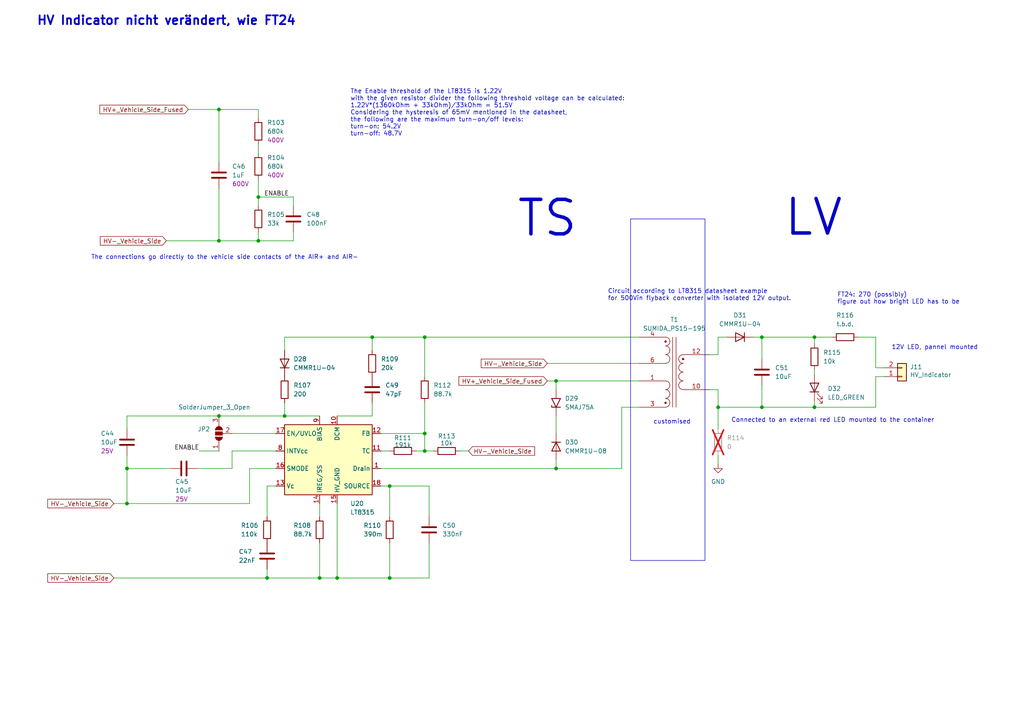
<source format=kicad_sch>
(kicad_sch
	(version 20231120)
	(generator "eeschema")
	(generator_version "8.0")
	(uuid "4459071b-d24b-42b5-b10c-2df6720e60d9")
	(paper "A4")
	(lib_symbols
		(symbol "Connector_Generic:Conn_01x02"
			(pin_names
				(offset 1.016) hide)
			(exclude_from_sim no)
			(in_bom yes)
			(on_board yes)
			(property "Reference" "J"
				(at 0 2.54 0)
				(effects
					(font
						(size 1.27 1.27)
					)
				)
			)
			(property "Value" "Conn_01x02"
				(at 0 -5.08 0)
				(effects
					(font
						(size 1.27 1.27)
					)
				)
			)
			(property "Footprint" ""
				(at 0 0 0)
				(effects
					(font
						(size 1.27 1.27)
					)
					(hide yes)
				)
			)
			(property "Datasheet" "~"
				(at 0 0 0)
				(effects
					(font
						(size 1.27 1.27)
					)
					(hide yes)
				)
			)
			(property "Description" "Generic connector, single row, 01x02, script generated (kicad-library-utils/schlib/autogen/connector/)"
				(at 0 0 0)
				(effects
					(font
						(size 1.27 1.27)
					)
					(hide yes)
				)
			)
			(property "ki_keywords" "connector"
				(at 0 0 0)
				(effects
					(font
						(size 1.27 1.27)
					)
					(hide yes)
				)
			)
			(property "ki_fp_filters" "Connector*:*_1x??_*"
				(at 0 0 0)
				(effects
					(font
						(size 1.27 1.27)
					)
					(hide yes)
				)
			)
			(symbol "Conn_01x02_1_1"
				(rectangle
					(start -1.27 -2.413)
					(end 0 -2.667)
					(stroke
						(width 0.1524)
						(type default)
					)
					(fill
						(type none)
					)
				)
				(rectangle
					(start -1.27 0.127)
					(end 0 -0.127)
					(stroke
						(width 0.1524)
						(type default)
					)
					(fill
						(type none)
					)
				)
				(rectangle
					(start -1.27 1.27)
					(end 1.27 -3.81)
					(stroke
						(width 0.254)
						(type default)
					)
					(fill
						(type background)
					)
				)
				(pin passive line
					(at -5.08 0 0)
					(length 3.81)
					(name "Pin_1"
						(effects
							(font
								(size 1.27 1.27)
							)
						)
					)
					(number "1"
						(effects
							(font
								(size 1.27 1.27)
							)
						)
					)
				)
				(pin passive line
					(at -5.08 -2.54 0)
					(length 3.81)
					(name "Pin_2"
						(effects
							(font
								(size 1.27 1.27)
							)
						)
					)
					(number "2"
						(effects
							(font
								(size 1.27 1.27)
							)
						)
					)
				)
			)
		)
		(symbol "Device:C"
			(pin_numbers hide)
			(pin_names
				(offset 0.254)
			)
			(exclude_from_sim no)
			(in_bom yes)
			(on_board yes)
			(property "Reference" "C"
				(at 0.635 2.54 0)
				(effects
					(font
						(size 1.27 1.27)
					)
					(justify left)
				)
			)
			(property "Value" "C"
				(at 0.635 -2.54 0)
				(effects
					(font
						(size 1.27 1.27)
					)
					(justify left)
				)
			)
			(property "Footprint" ""
				(at 0.9652 -3.81 0)
				(effects
					(font
						(size 1.27 1.27)
					)
					(hide yes)
				)
			)
			(property "Datasheet" "~"
				(at 0 0 0)
				(effects
					(font
						(size 1.27 1.27)
					)
					(hide yes)
				)
			)
			(property "Description" "Unpolarized capacitor"
				(at 0 0 0)
				(effects
					(font
						(size 1.27 1.27)
					)
					(hide yes)
				)
			)
			(property "ki_keywords" "cap capacitor"
				(at 0 0 0)
				(effects
					(font
						(size 1.27 1.27)
					)
					(hide yes)
				)
			)
			(property "ki_fp_filters" "C_*"
				(at 0 0 0)
				(effects
					(font
						(size 1.27 1.27)
					)
					(hide yes)
				)
			)
			(symbol "C_0_1"
				(polyline
					(pts
						(xy -2.032 -0.762) (xy 2.032 -0.762)
					)
					(stroke
						(width 0.508)
						(type default)
					)
					(fill
						(type none)
					)
				)
				(polyline
					(pts
						(xy -2.032 0.762) (xy 2.032 0.762)
					)
					(stroke
						(width 0.508)
						(type default)
					)
					(fill
						(type none)
					)
				)
			)
			(symbol "C_1_1"
				(pin passive line
					(at 0 3.81 270)
					(length 2.794)
					(name "~"
						(effects
							(font
								(size 1.27 1.27)
							)
						)
					)
					(number "1"
						(effects
							(font
								(size 1.27 1.27)
							)
						)
					)
				)
				(pin passive line
					(at 0 -3.81 90)
					(length 2.794)
					(name "~"
						(effects
							(font
								(size 1.27 1.27)
							)
						)
					)
					(number "2"
						(effects
							(font
								(size 1.27 1.27)
							)
						)
					)
				)
			)
		)
		(symbol "Device:LED"
			(pin_numbers hide)
			(pin_names
				(offset 1.016) hide)
			(exclude_from_sim no)
			(in_bom yes)
			(on_board yes)
			(property "Reference" "D"
				(at 0 2.54 0)
				(effects
					(font
						(size 1.27 1.27)
					)
				)
			)
			(property "Value" "LED"
				(at 0 -2.54 0)
				(effects
					(font
						(size 1.27 1.27)
					)
				)
			)
			(property "Footprint" ""
				(at 0 0 0)
				(effects
					(font
						(size 1.27 1.27)
					)
					(hide yes)
				)
			)
			(property "Datasheet" "~"
				(at 0 0 0)
				(effects
					(font
						(size 1.27 1.27)
					)
					(hide yes)
				)
			)
			(property "Description" "Light emitting diode"
				(at 0 0 0)
				(effects
					(font
						(size 1.27 1.27)
					)
					(hide yes)
				)
			)
			(property "ki_keywords" "LED diode"
				(at 0 0 0)
				(effects
					(font
						(size 1.27 1.27)
					)
					(hide yes)
				)
			)
			(property "ki_fp_filters" "LED* LED_SMD:* LED_THT:*"
				(at 0 0 0)
				(effects
					(font
						(size 1.27 1.27)
					)
					(hide yes)
				)
			)
			(symbol "LED_0_1"
				(polyline
					(pts
						(xy -1.27 -1.27) (xy -1.27 1.27)
					)
					(stroke
						(width 0.254)
						(type default)
					)
					(fill
						(type none)
					)
				)
				(polyline
					(pts
						(xy -1.27 0) (xy 1.27 0)
					)
					(stroke
						(width 0)
						(type default)
					)
					(fill
						(type none)
					)
				)
				(polyline
					(pts
						(xy 1.27 -1.27) (xy 1.27 1.27) (xy -1.27 0) (xy 1.27 -1.27)
					)
					(stroke
						(width 0.254)
						(type default)
					)
					(fill
						(type none)
					)
				)
				(polyline
					(pts
						(xy -3.048 -0.762) (xy -4.572 -2.286) (xy -3.81 -2.286) (xy -4.572 -2.286) (xy -4.572 -1.524)
					)
					(stroke
						(width 0)
						(type default)
					)
					(fill
						(type none)
					)
				)
				(polyline
					(pts
						(xy -1.778 -0.762) (xy -3.302 -2.286) (xy -2.54 -2.286) (xy -3.302 -2.286) (xy -3.302 -1.524)
					)
					(stroke
						(width 0)
						(type default)
					)
					(fill
						(type none)
					)
				)
			)
			(symbol "LED_1_1"
				(pin passive line
					(at -3.81 0 0)
					(length 2.54)
					(name "K"
						(effects
							(font
								(size 1.27 1.27)
							)
						)
					)
					(number "1"
						(effects
							(font
								(size 1.27 1.27)
							)
						)
					)
				)
				(pin passive line
					(at 3.81 0 180)
					(length 2.54)
					(name "A"
						(effects
							(font
								(size 1.27 1.27)
							)
						)
					)
					(number "2"
						(effects
							(font
								(size 1.27 1.27)
							)
						)
					)
				)
			)
		)
		(symbol "Device:R"
			(pin_numbers hide)
			(pin_names
				(offset 0)
			)
			(exclude_from_sim no)
			(in_bom yes)
			(on_board yes)
			(property "Reference" "R"
				(at 2.032 0 90)
				(effects
					(font
						(size 1.27 1.27)
					)
				)
			)
			(property "Value" "R"
				(at 0 0 90)
				(effects
					(font
						(size 1.27 1.27)
					)
				)
			)
			(property "Footprint" ""
				(at -1.778 0 90)
				(effects
					(font
						(size 1.27 1.27)
					)
					(hide yes)
				)
			)
			(property "Datasheet" "~"
				(at 0 0 0)
				(effects
					(font
						(size 1.27 1.27)
					)
					(hide yes)
				)
			)
			(property "Description" "Resistor"
				(at 0 0 0)
				(effects
					(font
						(size 1.27 1.27)
					)
					(hide yes)
				)
			)
			(property "ki_keywords" "R res resistor"
				(at 0 0 0)
				(effects
					(font
						(size 1.27 1.27)
					)
					(hide yes)
				)
			)
			(property "ki_fp_filters" "R_*"
				(at 0 0 0)
				(effects
					(font
						(size 1.27 1.27)
					)
					(hide yes)
				)
			)
			(symbol "R_0_1"
				(rectangle
					(start -1.016 -2.54)
					(end 1.016 2.54)
					(stroke
						(width 0.254)
						(type default)
					)
					(fill
						(type none)
					)
				)
			)
			(symbol "R_1_1"
				(pin passive line
					(at 0 3.81 270)
					(length 1.27)
					(name "~"
						(effects
							(font
								(size 1.27 1.27)
							)
						)
					)
					(number "1"
						(effects
							(font
								(size 1.27 1.27)
							)
						)
					)
				)
				(pin passive line
					(at 0 -3.81 90)
					(length 1.27)
					(name "~"
						(effects
							(font
								(size 1.27 1.27)
							)
						)
					)
					(number "2"
						(effects
							(font
								(size 1.27 1.27)
							)
						)
					)
				)
			)
		)
		(symbol "HV_Indicator:CMMR1U-04"
			(pin_numbers hide)
			(pin_names
				(offset 1.016) hide)
			(exclude_from_sim no)
			(in_bom yes)
			(on_board yes)
			(property "Reference" "D"
				(at 0 2.54 0)
				(effects
					(font
						(size 1.27 1.27)
					)
				)
			)
			(property "Value" "CMMR1U-04"
				(at 0 -2.54 0)
				(effects
					(font
						(size 1.27 1.27)
					)
				)
			)
			(property "Footprint" "Diode_SMD:D_SOD-123F"
				(at 0 0 0)
				(effects
					(font
						(size 1.27 1.27)
					)
					(hide yes)
				)
			)
			(property "Datasheet" "https://www.mouser.de/datasheet/2/68/CSEMS02975_1-2539073.pdf"
				(at 0 0 0)
				(effects
					(font
						(size 1.27 1.27)
					)
					(hide yes)
				)
			)
			(property "Description" "Diode, Vr=400V, I=1.0A"
				(at 0 0 0)
				(effects
					(font
						(size 1.27 1.27)
					)
					(hide yes)
				)
			)
			(property "ki_keywords" "diode"
				(at 0 0 0)
				(effects
					(font
						(size 1.27 1.27)
					)
					(hide yes)
				)
			)
			(property "ki_fp_filters" "TO-???* *_Diode_* *SingleDiode* D_*"
				(at 0 0 0)
				(effects
					(font
						(size 1.27 1.27)
					)
					(hide yes)
				)
			)
			(symbol "CMMR1U-04_0_1"
				(polyline
					(pts
						(xy -1.27 1.27) (xy -1.27 -1.27)
					)
					(stroke
						(width 0.254)
						(type default)
					)
					(fill
						(type none)
					)
				)
				(polyline
					(pts
						(xy 1.27 0) (xy -1.27 0)
					)
					(stroke
						(width 0)
						(type default)
					)
					(fill
						(type none)
					)
				)
				(polyline
					(pts
						(xy 1.27 1.27) (xy 1.27 -1.27) (xy -1.27 0) (xy 1.27 1.27)
					)
					(stroke
						(width 0.254)
						(type default)
					)
					(fill
						(type none)
					)
				)
			)
			(symbol "CMMR1U-04_1_1"
				(pin passive line
					(at -3.81 0 0)
					(length 2.54)
					(name "K"
						(effects
							(font
								(size 1.27 1.27)
							)
						)
					)
					(number "1"
						(effects
							(font
								(size 1.27 1.27)
							)
						)
					)
				)
				(pin passive line
					(at 3.81 0 180)
					(length 2.54)
					(name "A"
						(effects
							(font
								(size 1.27 1.27)
							)
						)
					)
					(number "2"
						(effects
							(font
								(size 1.27 1.27)
							)
						)
					)
				)
			)
		)
		(symbol "HV_Indicator:CMMR1U-08"
			(pin_numbers hide)
			(pin_names
				(offset 1.016) hide)
			(exclude_from_sim no)
			(in_bom yes)
			(on_board yes)
			(property "Reference" "D"
				(at 0 2.54 0)
				(effects
					(font
						(size 1.27 1.27)
					)
				)
			)
			(property "Value" "CMMR1U-08"
				(at 0 -2.54 0)
				(effects
					(font
						(size 1.27 1.27)
					)
				)
			)
			(property "Footprint" "Diode_SMD:D_SOD-123F"
				(at 0 0 0)
				(effects
					(font
						(size 1.27 1.27)
					)
					(hide yes)
				)
			)
			(property "Datasheet" "https://www.mouser.de/datasheet/2/68/CSEMS02975_1-2539073.pdf"
				(at 0 0 0)
				(effects
					(font
						(size 1.27 1.27)
					)
					(hide yes)
				)
			)
			(property "Description" "Diode, Vr=800V, I=1.0A"
				(at 0 0 0)
				(effects
					(font
						(size 1.27 1.27)
					)
					(hide yes)
				)
			)
			(property "ki_keywords" "diode"
				(at 0 0 0)
				(effects
					(font
						(size 1.27 1.27)
					)
					(hide yes)
				)
			)
			(property "ki_fp_filters" "TO-???* *_Diode_* *SingleDiode* D_*"
				(at 0 0 0)
				(effects
					(font
						(size 1.27 1.27)
					)
					(hide yes)
				)
			)
			(symbol "CMMR1U-08_0_1"
				(polyline
					(pts
						(xy -1.27 1.27) (xy -1.27 -1.27)
					)
					(stroke
						(width 0.254)
						(type default)
					)
					(fill
						(type none)
					)
				)
				(polyline
					(pts
						(xy 1.27 0) (xy -1.27 0)
					)
					(stroke
						(width 0)
						(type default)
					)
					(fill
						(type none)
					)
				)
				(polyline
					(pts
						(xy 1.27 1.27) (xy 1.27 -1.27) (xy -1.27 0) (xy 1.27 1.27)
					)
					(stroke
						(width 0.254)
						(type default)
					)
					(fill
						(type none)
					)
				)
			)
			(symbol "CMMR1U-08_1_1"
				(pin passive line
					(at -3.81 0 0)
					(length 2.54)
					(name "K"
						(effects
							(font
								(size 1.27 1.27)
							)
						)
					)
					(number "1"
						(effects
							(font
								(size 1.27 1.27)
							)
						)
					)
				)
				(pin passive line
					(at 3.81 0 180)
					(length 2.54)
					(name "A"
						(effects
							(font
								(size 1.27 1.27)
							)
						)
					)
					(number "2"
						(effects
							(font
								(size 1.27 1.27)
							)
						)
					)
				)
			)
		)
		(symbol "HV_Indicator:LT8315"
			(exclude_from_sim no)
			(in_bom yes)
			(on_board yes)
			(property "Reference" "U901"
				(at 6.35 -12.7 0)
				(effects
					(font
						(size 1.27 1.27)
					)
					(justify left)
				)
			)
			(property "Value" "LT8315"
				(at 6.35 -15.24 0)
				(effects
					(font
						(size 1.27 1.27)
					)
					(justify left)
				)
			)
			(property "Footprint" "HV_Indicator:LT8315"
				(at 0 20.32 0)
				(effects
					(font
						(size 1.27 1.27)
					)
					(hide yes)
				)
			)
			(property "Datasheet" "https://www.analog.com/media/en/technical-documentation/data-sheets/8315fa.pdf"
				(at 0 22.86 0)
				(effects
					(font
						(size 1.27 1.27)
					)
					(hide yes)
				)
			)
			(property "Description" ""
				(at 0 0 0)
				(effects
					(font
						(size 1.27 1.27)
					)
					(hide yes)
				)
			)
			(symbol "LT8315_0_1"
				(rectangle
					(start -12.7 10.16)
					(end 12.7 -10.16)
					(stroke
						(width 0.254)
						(type default)
					)
					(fill
						(type background)
					)
				)
			)
			(symbol "LT8315_1_1"
				(pin open_collector line
					(at 15.24 -2.54 180)
					(length 2.54)
					(name "Drain"
						(effects
							(font
								(size 1.27 1.27)
							)
						)
					)
					(number "1"
						(effects
							(font
								(size 1.27 1.27)
							)
						)
					)
				)
				(pin passive line
					(at 2.54 12.7 270)
					(length 2.54)
					(name "DCM"
						(effects
							(font
								(size 1.27 1.27)
							)
						)
					)
					(number "10"
						(effects
							(font
								(size 1.27 1.27)
							)
						)
					)
				)
				(pin input line
					(at 15.24 2.54 180)
					(length 2.54)
					(name "TC"
						(effects
							(font
								(size 1.27 1.27)
							)
						)
					)
					(number "11"
						(effects
							(font
								(size 1.27 1.27)
							)
						)
					)
				)
				(pin input line
					(at 15.24 7.62 180)
					(length 2.54)
					(name "FB"
						(effects
							(font
								(size 1.27 1.27)
							)
						)
					)
					(number "12"
						(effects
							(font
								(size 1.27 1.27)
							)
						)
					)
				)
				(pin input line
					(at -15.24 -7.62 0)
					(length 2.54)
					(name "Vc"
						(effects
							(font
								(size 1.27 1.27)
							)
						)
					)
					(number "13"
						(effects
							(font
								(size 1.27 1.27)
							)
						)
					)
				)
				(pin input line
					(at -2.54 -12.7 90)
					(length 2.54)
					(name "IREG/SS"
						(effects
							(font
								(size 1.27 1.27)
							)
						)
					)
					(number "14"
						(effects
							(font
								(size 1.27 1.27)
							)
						)
					)
				)
				(pin power_in line
					(at 2.54 -12.7 90)
					(length 2.54)
					(name "HV_GND"
						(effects
							(font
								(size 1.27 1.27)
							)
						)
					)
					(number "15"
						(effects
							(font
								(size 1.27 1.27)
							)
						)
					)
				)
				(pin input line
					(at -15.24 -2.54 0)
					(length 2.54)
					(name "SMODE"
						(effects
							(font
								(size 1.27 1.27)
							)
						)
					)
					(number "16"
						(effects
							(font
								(size 1.27 1.27)
							)
						)
					)
				)
				(pin input line
					(at -15.24 7.62 0)
					(length 2.54)
					(name "EN/UVLO"
						(effects
							(font
								(size 1.27 1.27)
							)
						)
					)
					(number "17"
						(effects
							(font
								(size 1.27 1.27)
							)
						)
					)
				)
				(pin passive line
					(at 15.24 -7.62 180)
					(length 2.54)
					(name "SOURCE"
						(effects
							(font
								(size 1.27 1.27)
							)
						)
					)
					(number "18"
						(effects
							(font
								(size 1.27 1.27)
							)
						)
					)
				)
				(pin no_connect line
					(at -7.62 -12.7 90)
					(length 2.54) hide
					(name "N.C."
						(effects
							(font
								(size 1.27 1.27)
							)
						)
					)
					(number "19"
						(effects
							(font
								(size 1.27 1.27)
							)
						)
					)
				)
				(pin open_collector line
					(at 15.24 -2.54 180)
					(length 2.54) hide
					(name "Drain"
						(effects
							(font
								(size 1.27 1.27)
							)
						)
					)
					(number "2"
						(effects
							(font
								(size 1.27 1.27)
							)
						)
					)
				)
				(pin power_in line
					(at 2.54 -12.7 90)
					(length 2.54) hide
					(name "HV_GND"
						(effects
							(font
								(size 1.27 1.27)
							)
						)
					)
					(number "20"
						(effects
							(font
								(size 1.27 1.27)
							)
						)
					)
				)
				(pin power_in line
					(at 2.54 -12.7 90)
					(length 2.54) hide
					(name "HV_GND"
						(effects
							(font
								(size 1.27 1.27)
							)
						)
					)
					(number "21"
						(effects
							(font
								(size 1.27 1.27)
							)
						)
					)
				)
				(pin open_collector line
					(at 15.24 -2.54 180)
					(length 2.54) hide
					(name "Drain"
						(effects
							(font
								(size 1.27 1.27)
							)
						)
					)
					(number "3"
						(effects
							(font
								(size 1.27 1.27)
							)
						)
					)
				)
				(pin passive line
					(at -15.24 2.54 0)
					(length 2.54)
					(name "INTVcc"
						(effects
							(font
								(size 1.27 1.27)
							)
						)
					)
					(number "8"
						(effects
							(font
								(size 1.27 1.27)
							)
						)
					)
				)
				(pin passive line
					(at -2.54 12.7 270)
					(length 2.54)
					(name "BIAS"
						(effects
							(font
								(size 1.27 1.27)
							)
						)
					)
					(number "9"
						(effects
							(font
								(size 1.27 1.27)
							)
						)
					)
				)
			)
		)
		(symbol "HV_Indicator:SMAJ75A"
			(pin_numbers hide)
			(pin_names
				(offset 1.016) hide)
			(exclude_from_sim no)
			(in_bom yes)
			(on_board yes)
			(property "Reference" "D"
				(at 0 2.54 0)
				(effects
					(font
						(size 1.27 1.27)
					)
				)
			)
			(property "Value" "SMAJ75A"
				(at 0 -2.54 0)
				(effects
					(font
						(size 1.27 1.27)
					)
				)
			)
			(property "Footprint" "Diode_SMD:D_SMA"
				(at 0 -5.08 0)
				(effects
					(font
						(size 1.27 1.27)
					)
					(hide yes)
				)
			)
			(property "Datasheet" "https://www.littelfuse.com/media?resourcetype=datasheets&itemid=75e32973-b177-4ee3-a0ff-cedaf1abdb93&filename=smaj-datasheet"
				(at -1.27 0 0)
				(effects
					(font
						(size 1.27 1.27)
					)
					(hide yes)
				)
			)
			(property "Description" "400W unidirectional Transil Transient Voltage Suppressor, 75.0Vrwm, DO-214AC"
				(at 0 0 0)
				(effects
					(font
						(size 1.27 1.27)
					)
					(hide yes)
				)
			)
			(property "ki_keywords" "diode TVS voltage suppressor"
				(at 0 0 0)
				(effects
					(font
						(size 1.27 1.27)
					)
					(hide yes)
				)
			)
			(property "ki_fp_filters" "D*SMB*"
				(at 0 0 0)
				(effects
					(font
						(size 1.27 1.27)
					)
					(hide yes)
				)
			)
			(symbol "SMAJ75A_0_1"
				(polyline
					(pts
						(xy -0.762 1.27) (xy -1.27 1.27) (xy -1.27 -1.27)
					)
					(stroke
						(width 0.254)
						(type default)
					)
					(fill
						(type none)
					)
				)
				(polyline
					(pts
						(xy 1.27 1.27) (xy 1.27 -1.27) (xy -1.27 0) (xy 1.27 1.27)
					)
					(stroke
						(width 0.254)
						(type default)
					)
					(fill
						(type none)
					)
				)
			)
			(symbol "SMAJ75A_1_1"
				(pin passive line
					(at -3.81 0 0)
					(length 2.54)
					(name "A1"
						(effects
							(font
								(size 1.27 1.27)
							)
						)
					)
					(number "1"
						(effects
							(font
								(size 1.27 1.27)
							)
						)
					)
				)
				(pin passive line
					(at 3.81 0 180)
					(length 2.54)
					(name "A2"
						(effects
							(font
								(size 1.27 1.27)
							)
						)
					)
					(number "2"
						(effects
							(font
								(size 1.27 1.27)
							)
						)
					)
				)
			)
		)
		(symbol "HV_Indicator:SUMIDA_PS15-195"
			(pin_names
				(offset 1.016) hide)
			(exclude_from_sim no)
			(in_bom yes)
			(on_board yes)
			(property "Reference" "T"
				(at 0 12.7 0)
				(effects
					(font
						(size 1.27 1.27)
					)
				)
			)
			(property "Value" "SUMIDA_PS15-195"
				(at 0 -12.7 0)
				(effects
					(font
						(size 1.27 1.27)
					)
				)
			)
			(property "Footprint" "HV_Indicator:sumida"
				(at 0 0 0)
				(effects
					(font
						(size 1.27 1.27)
					)
					(hide yes)
				)
			)
			(property "Datasheet" "~"
				(at 0 0 0)
				(effects
					(font
						(size 1.27 1.27)
					)
					(hide yes)
				)
			)
			(property "Description" "Transformer, dual primary, single secondary"
				(at 0 0 0)
				(effects
					(font
						(size 1.27 1.27)
					)
					(hide yes)
				)
			)
			(property "ki_keywords" "transformer coil magnet"
				(at 0 0 0)
				(effects
					(font
						(size 1.27 1.27)
					)
					(hide yes)
				)
			)
			(symbol "SUMIDA_PS15-195_0_1"
				(arc
					(start -2.54 -10.1346)
					(mid -1.6599 -9.7701)
					(end -1.2954 -8.89)
					(stroke
						(width 0)
						(type default)
					)
					(fill
						(type none)
					)
				)
				(circle
					(center -2.54 -8.89)
					(radius 0.254)
					(stroke
						(width 0)
						(type default)
					)
					(fill
						(type outline)
					)
				)
				(arc
					(start -2.54 -7.5946)
					(mid -1.6599 -7.2301)
					(end -1.2954 -6.35)
					(stroke
						(width 0)
						(type default)
					)
					(fill
						(type none)
					)
				)
				(arc
					(start -2.54 -5.0546)
					(mid -1.6599 -4.6901)
					(end -1.2954 -3.81)
					(stroke
						(width 0)
						(type default)
					)
					(fill
						(type none)
					)
				)
				(arc
					(start -2.54 2.5654)
					(mid -1.6599 2.9299)
					(end -1.2954 3.81)
					(stroke
						(width 0)
						(type default)
					)
					(fill
						(type none)
					)
				)
				(arc
					(start -2.54 5.1054)
					(mid -1.6599 5.4699)
					(end -1.2954 6.35)
					(stroke
						(width 0)
						(type default)
					)
					(fill
						(type none)
					)
				)
				(arc
					(start -2.54 7.6454)
					(mid -1.6599 8.0099)
					(end -1.2954 8.89)
					(stroke
						(width 0)
						(type default)
					)
					(fill
						(type none)
					)
				)
				(circle
					(center -2.54 8.89)
					(radius 0.254)
					(stroke
						(width 0)
						(type default)
					)
					(fill
						(type outline)
					)
				)
				(arc
					(start -1.2954 -8.89)
					(mid -1.6457 -7.9883)
					(end -2.54 -7.62)
					(stroke
						(width 0)
						(type default)
					)
					(fill
						(type none)
					)
				)
				(arc
					(start -1.2954 -6.35)
					(mid -1.6457 -5.4483)
					(end -2.54 -5.08)
					(stroke
						(width 0)
						(type default)
					)
					(fill
						(type none)
					)
				)
				(arc
					(start -1.2954 -3.81)
					(mid -1.6457 -2.9083)
					(end -2.54 -2.54)
					(stroke
						(width 0)
						(type default)
					)
					(fill
						(type none)
					)
				)
				(arc
					(start -1.2954 3.81)
					(mid -1.6457 4.7117)
					(end -2.54 5.08)
					(stroke
						(width 0)
						(type default)
					)
					(fill
						(type none)
					)
				)
				(arc
					(start -1.2954 6.35)
					(mid -1.6457 7.2517)
					(end -2.54 7.62)
					(stroke
						(width 0)
						(type default)
					)
					(fill
						(type none)
					)
				)
				(arc
					(start -1.2954 8.89)
					(mid -1.6457 9.7917)
					(end -2.54 10.16)
					(stroke
						(width 0)
						(type default)
					)
					(fill
						(type none)
					)
				)
				(polyline
					(pts
						(xy -0.508 10.16) (xy -0.508 -10.16)
					)
					(stroke
						(width 0)
						(type default)
					)
					(fill
						(type none)
					)
				)
				(polyline
					(pts
						(xy 0.508 -10.16) (xy 0.508 10.16)
					)
					(stroke
						(width 0)
						(type default)
					)
					(fill
						(type none)
					)
				)
				(arc
					(start 1.27 -3.81)
					(mid 1.656 -4.6864)
					(end 2.54 -5.0546)
					(stroke
						(width 0)
						(type default)
					)
					(fill
						(type none)
					)
				)
				(arc
					(start 1.27 -1.27)
					(mid 1.656 -2.1464)
					(end 2.54 -2.5146)
					(stroke
						(width 0)
						(type default)
					)
					(fill
						(type none)
					)
				)
				(arc
					(start 1.27 1.27)
					(mid 1.656 0.3936)
					(end 2.54 0.0254)
					(stroke
						(width 0)
						(type default)
					)
					(fill
						(type none)
					)
				)
				(arc
					(start 1.27 3.81)
					(mid 1.656 2.9336)
					(end 2.54 2.5654)
					(stroke
						(width 0)
						(type default)
					)
					(fill
						(type none)
					)
				)
				(arc
					(start 2.54 -2.54)
					(mid 1.642 -2.912)
					(end 1.27 -3.81)
					(stroke
						(width 0)
						(type default)
					)
					(fill
						(type none)
					)
				)
				(arc
					(start 2.54 0)
					(mid 1.642 -0.372)
					(end 1.27 -1.27)
					(stroke
						(width 0)
						(type default)
					)
					(fill
						(type none)
					)
				)
				(arc
					(start 2.54 2.54)
					(mid 1.642 2.168)
					(end 1.27 1.27)
					(stroke
						(width 0)
						(type default)
					)
					(fill
						(type none)
					)
				)
				(circle
					(center 2.54 3.81)
					(radius 0.254)
					(stroke
						(width 0)
						(type default)
					)
					(fill
						(type outline)
					)
				)
				(arc
					(start 2.54 5.08)
					(mid 1.642 4.708)
					(end 1.27 3.81)
					(stroke
						(width 0)
						(type default)
					)
					(fill
						(type none)
					)
				)
			)
			(symbol "SUMIDA_PS15-195_1_1"
				(pin passive line
					(at -10.16 -2.54 0)
					(length 7.62)
					(name "SC"
						(effects
							(font
								(size 1.27 1.27)
							)
						)
					)
					(number "1"
						(effects
							(font
								(size 1.27 1.27)
							)
						)
					)
				)
				(pin passive line
					(at 10.16 -5.08 180)
					(length 7.62)
					(name "AB"
						(effects
							(font
								(size 1.27 1.27)
							)
						)
					)
					(number "10"
						(effects
							(font
								(size 1.27 1.27)
							)
						)
					)
				)
				(pin passive line
					(at 10.16 5.08 180)
					(length 7.62)
					(name "AA"
						(effects
							(font
								(size 1.27 1.27)
							)
						)
					)
					(number "12"
						(effects
							(font
								(size 1.27 1.27)
							)
						)
					)
				)
				(pin passive line
					(at -10.16 -10.16 0)
					(length 7.62)
					(name "SD"
						(effects
							(font
								(size 1.27 1.27)
							)
						)
					)
					(number "3"
						(effects
							(font
								(size 1.27 1.27)
							)
						)
					)
				)
				(pin passive line
					(at -10.16 10.16 0)
					(length 7.62)
					(name "~"
						(effects
							(font
								(size 1.27 1.27)
							)
						)
					)
					(number "4"
						(effects
							(font
								(size 1.27 1.27)
							)
						)
					)
				)
				(pin passive line
					(at -10.16 2.54 0)
					(length 7.62)
					(name "~"
						(effects
							(font
								(size 1.27 1.27)
							)
						)
					)
					(number "6"
						(effects
							(font
								(size 1.27 1.27)
							)
						)
					)
				)
			)
		)
		(symbol "Jumper:SolderJumper_3_Open"
			(pin_names
				(offset 0) hide)
			(exclude_from_sim no)
			(in_bom yes)
			(on_board yes)
			(property "Reference" "JP"
				(at -2.54 -2.54 0)
				(effects
					(font
						(size 1.27 1.27)
					)
				)
			)
			(property "Value" "SolderJumper_3_Open"
				(at 0 2.794 0)
				(effects
					(font
						(size 1.27 1.27)
					)
				)
			)
			(property "Footprint" ""
				(at 0 0 0)
				(effects
					(font
						(size 1.27 1.27)
					)
					(hide yes)
				)
			)
			(property "Datasheet" "~"
				(at 0 0 0)
				(effects
					(font
						(size 1.27 1.27)
					)
					(hide yes)
				)
			)
			(property "Description" "Solder Jumper, 3-pole, open"
				(at 0 0 0)
				(effects
					(font
						(size 1.27 1.27)
					)
					(hide yes)
				)
			)
			(property "ki_keywords" "Solder Jumper SPDT"
				(at 0 0 0)
				(effects
					(font
						(size 1.27 1.27)
					)
					(hide yes)
				)
			)
			(property "ki_fp_filters" "SolderJumper*Open*"
				(at 0 0 0)
				(effects
					(font
						(size 1.27 1.27)
					)
					(hide yes)
				)
			)
			(symbol "SolderJumper_3_Open_0_1"
				(arc
					(start -1.016 1.016)
					(mid -2.0276 0)
					(end -1.016 -1.016)
					(stroke
						(width 0)
						(type default)
					)
					(fill
						(type none)
					)
				)
				(arc
					(start -1.016 1.016)
					(mid -2.0276 0)
					(end -1.016 -1.016)
					(stroke
						(width 0)
						(type default)
					)
					(fill
						(type outline)
					)
				)
				(rectangle
					(start -0.508 1.016)
					(end 0.508 -1.016)
					(stroke
						(width 0)
						(type default)
					)
					(fill
						(type outline)
					)
				)
				(polyline
					(pts
						(xy -2.54 0) (xy -2.032 0)
					)
					(stroke
						(width 0)
						(type default)
					)
					(fill
						(type none)
					)
				)
				(polyline
					(pts
						(xy -1.016 1.016) (xy -1.016 -1.016)
					)
					(stroke
						(width 0)
						(type default)
					)
					(fill
						(type none)
					)
				)
				(polyline
					(pts
						(xy 0 -1.27) (xy 0 -1.016)
					)
					(stroke
						(width 0)
						(type default)
					)
					(fill
						(type none)
					)
				)
				(polyline
					(pts
						(xy 1.016 1.016) (xy 1.016 -1.016)
					)
					(stroke
						(width 0)
						(type default)
					)
					(fill
						(type none)
					)
				)
				(polyline
					(pts
						(xy 2.54 0) (xy 2.032 0)
					)
					(stroke
						(width 0)
						(type default)
					)
					(fill
						(type none)
					)
				)
				(arc
					(start 1.016 -1.016)
					(mid 2.0276 0)
					(end 1.016 1.016)
					(stroke
						(width 0)
						(type default)
					)
					(fill
						(type none)
					)
				)
				(arc
					(start 1.016 -1.016)
					(mid 2.0276 0)
					(end 1.016 1.016)
					(stroke
						(width 0)
						(type default)
					)
					(fill
						(type outline)
					)
				)
			)
			(symbol "SolderJumper_3_Open_1_1"
				(pin passive line
					(at -5.08 0 0)
					(length 2.54)
					(name "A"
						(effects
							(font
								(size 1.27 1.27)
							)
						)
					)
					(number "1"
						(effects
							(font
								(size 1.27 1.27)
							)
						)
					)
				)
				(pin passive line
					(at 0 -3.81 90)
					(length 2.54)
					(name "C"
						(effects
							(font
								(size 1.27 1.27)
							)
						)
					)
					(number "2"
						(effects
							(font
								(size 1.27 1.27)
							)
						)
					)
				)
				(pin passive line
					(at 5.08 0 180)
					(length 2.54)
					(name "B"
						(effects
							(font
								(size 1.27 1.27)
							)
						)
					)
					(number "3"
						(effects
							(font
								(size 1.27 1.27)
							)
						)
					)
				)
			)
		)
		(symbol "power:GND"
			(power)
			(pin_numbers hide)
			(pin_names
				(offset 0) hide)
			(exclude_from_sim no)
			(in_bom yes)
			(on_board yes)
			(property "Reference" "#PWR"
				(at 0 -6.35 0)
				(effects
					(font
						(size 1.27 1.27)
					)
					(hide yes)
				)
			)
			(property "Value" "GND"
				(at 0 -3.81 0)
				(effects
					(font
						(size 1.27 1.27)
					)
				)
			)
			(property "Footprint" ""
				(at 0 0 0)
				(effects
					(font
						(size 1.27 1.27)
					)
					(hide yes)
				)
			)
			(property "Datasheet" ""
				(at 0 0 0)
				(effects
					(font
						(size 1.27 1.27)
					)
					(hide yes)
				)
			)
			(property "Description" "Power symbol creates a global label with name \"GND\" , ground"
				(at 0 0 0)
				(effects
					(font
						(size 1.27 1.27)
					)
					(hide yes)
				)
			)
			(property "ki_keywords" "global power"
				(at 0 0 0)
				(effects
					(font
						(size 1.27 1.27)
					)
					(hide yes)
				)
			)
			(symbol "GND_0_1"
				(polyline
					(pts
						(xy 0 0) (xy 0 -1.27) (xy 1.27 -1.27) (xy 0 -2.54) (xy -1.27 -1.27) (xy 0 -1.27)
					)
					(stroke
						(width 0)
						(type default)
					)
					(fill
						(type none)
					)
				)
			)
			(symbol "GND_1_1"
				(pin power_in line
					(at 0 0 270)
					(length 0)
					(name "~"
						(effects
							(font
								(size 1.27 1.27)
							)
						)
					)
					(number "1"
						(effects
							(font
								(size 1.27 1.27)
							)
						)
					)
				)
			)
		)
	)
	(junction
		(at 161.29 135.89)
		(diameter 0)
		(color 0 0 0 0)
		(uuid "00c4075d-2b03-4f2d-b634-a58d6ea0774b")
	)
	(junction
		(at 74.93 57.15)
		(diameter 0)
		(color 0 0 0 0)
		(uuid "0ffca64b-1383-4dae-bb09-4337751c30db")
	)
	(junction
		(at 220.98 118.11)
		(diameter 0)
		(color 0 0 0 0)
		(uuid "1c90cea6-48dd-43a8-b326-6b94a5b565b1")
	)
	(junction
		(at 113.03 140.97)
		(diameter 0)
		(color 0 0 0 0)
		(uuid "36350f28-769b-46f2-8210-53a9eccf3efa")
	)
	(junction
		(at 82.55 120.65)
		(diameter 0)
		(color 0 0 0 0)
		(uuid "447e6dd6-c2af-4fad-b5a2-001c312365b9")
	)
	(junction
		(at 36.83 146.05)
		(diameter 0)
		(color 0 0 0 0)
		(uuid "53ddd7f9-f833-42e9-8b68-7ceccafb827f")
	)
	(junction
		(at 97.79 167.64)
		(diameter 0)
		(color 0 0 0 0)
		(uuid "6b4ab4b5-58ef-4d8d-9368-235a1e9b53b6")
	)
	(junction
		(at 63.5 120.65)
		(diameter 0)
		(color 0 0 0 0)
		(uuid "767e8812-022a-49cf-847e-d75967a7a25b")
	)
	(junction
		(at 36.83 135.89)
		(diameter 0)
		(color 0 0 0 0)
		(uuid "7d973125-6edc-4a0c-9939-c5b8041ecc13")
	)
	(junction
		(at 123.19 130.81)
		(diameter 0)
		(color 0 0 0 0)
		(uuid "8236e5a1-51bf-4faa-8407-8ce7dcfd4acb")
	)
	(junction
		(at 92.71 167.64)
		(diameter 0)
		(color 0 0 0 0)
		(uuid "86313e00-e179-4042-b547-8a6d6361d2b0")
	)
	(junction
		(at 236.22 97.79)
		(diameter 0)
		(color 0 0 0 0)
		(uuid "9a52aa71-7498-4708-a205-a881ef1faad2")
	)
	(junction
		(at 220.98 97.79)
		(diameter 0)
		(color 0 0 0 0)
		(uuid "9eb96163-26a9-41c2-873d-26b5028181cb")
	)
	(junction
		(at 113.03 167.64)
		(diameter 0)
		(color 0 0 0 0)
		(uuid "ac1b2121-37f6-4dab-aa4f-718a4638ceb3")
	)
	(junction
		(at 63.5 31.75)
		(diameter 0)
		(color 0 0 0 0)
		(uuid "b0355a44-9532-4389-a11c-c0d9b87718cf")
	)
	(junction
		(at 123.19 97.79)
		(diameter 0)
		(color 0 0 0 0)
		(uuid "bdb54e10-ed4a-4c73-b5b1-aa04dd2768f8")
	)
	(junction
		(at 161.29 110.49)
		(diameter 0)
		(color 0 0 0 0)
		(uuid "be1c02d4-db66-4a89-9b77-d3d0cf90c428")
	)
	(junction
		(at 236.22 118.11)
		(diameter 0)
		(color 0 0 0 0)
		(uuid "c62eb2a5-83be-4720-b1cb-0f55161e54f2")
	)
	(junction
		(at 77.47 167.64)
		(diameter 0)
		(color 0 0 0 0)
		(uuid "c8a032d8-4286-41d3-9f4e-ea1b93d7b066")
	)
	(junction
		(at 74.93 69.85)
		(diameter 0)
		(color 0 0 0 0)
		(uuid "cb14b51d-0428-4a83-9e5a-851c1b79d547")
	)
	(junction
		(at 63.5 69.85)
		(diameter 0)
		(color 0 0 0 0)
		(uuid "d87213c6-3195-483a-ae32-47c3e058f722")
	)
	(junction
		(at 107.95 97.79)
		(diameter 0)
		(color 0 0 0 0)
		(uuid "f0dc038d-a53d-45a0-a5f5-2d6f2433fc21")
	)
	(junction
		(at 208.28 118.11)
		(diameter 0)
		(color 0 0 0 0)
		(uuid "f14c62f5-164d-49e4-b474-a7cf8031033d")
	)
	(junction
		(at 123.19 125.73)
		(diameter 0)
		(color 0 0 0 0)
		(uuid "fa0b1147-c05e-46b1-bc1e-8812e3686308")
	)
	(wire
		(pts
			(xy 123.19 125.73) (xy 110.49 125.73)
		)
		(stroke
			(width 0)
			(type default)
		)
		(uuid "0091152b-c2f8-415b-b749-238cc80a86d7")
	)
	(wire
		(pts
			(xy 256.54 109.22) (xy 254 109.22)
		)
		(stroke
			(width 0)
			(type default)
		)
		(uuid "00d207cf-30c2-4bbb-8cd1-b3be94550dff")
	)
	(wire
		(pts
			(xy 74.93 69.85) (xy 63.5 69.85)
		)
		(stroke
			(width 0)
			(type default)
		)
		(uuid "045794ee-285f-44ac-88d7-44bc481b786e")
	)
	(wire
		(pts
			(xy 123.19 109.22) (xy 123.19 97.79)
		)
		(stroke
			(width 0)
			(type default)
		)
		(uuid "058acd97-559f-4d9a-ad33-ee79eb1c4a3a")
	)
	(wire
		(pts
			(xy 254 97.79) (xy 248.92 97.79)
		)
		(stroke
			(width 0)
			(type default)
		)
		(uuid "05ec82ea-f606-48e5-8434-9c87b6f9ce56")
	)
	(wire
		(pts
			(xy 72.39 135.89) (xy 80.01 135.89)
		)
		(stroke
			(width 0)
			(type default)
		)
		(uuid "0fdda56a-7a5c-4527-b9a8-276b7d26f903")
	)
	(wire
		(pts
			(xy 82.55 97.79) (xy 107.95 97.79)
		)
		(stroke
			(width 0)
			(type default)
		)
		(uuid "1079e58e-11d8-476c-a58f-ea87b1bb5e40")
	)
	(wire
		(pts
			(xy 77.47 149.86) (xy 77.47 140.97)
		)
		(stroke
			(width 0)
			(type default)
		)
		(uuid "110cac66-499e-4e25-9566-5138c3f181f3")
	)
	(wire
		(pts
			(xy 63.5 54.61) (xy 63.5 69.85)
		)
		(stroke
			(width 0)
			(type default)
		)
		(uuid "136a0de0-886c-44a7-8fe1-0d1300a38ea0")
	)
	(wire
		(pts
			(xy 254 106.68) (xy 254 97.79)
		)
		(stroke
			(width 0)
			(type default)
		)
		(uuid "14b13fa7-5490-4855-b000-7ea7f4fbd25f")
	)
	(wire
		(pts
			(xy 254 109.22) (xy 254 118.11)
		)
		(stroke
			(width 0)
			(type default)
		)
		(uuid "169cd5ec-8319-497b-affb-f443055e26f9")
	)
	(wire
		(pts
			(xy 72.39 135.89) (xy 72.39 146.05)
		)
		(stroke
			(width 0)
			(type default)
		)
		(uuid "17b9d8e8-e6c7-4dbb-9f57-5a98d39bd973")
	)
	(wire
		(pts
			(xy 77.47 167.64) (xy 77.47 165.1)
		)
		(stroke
			(width 0)
			(type default)
		)
		(uuid "1899e895-f1a1-42bb-a9e9-6043159267b3")
	)
	(wire
		(pts
			(xy 36.83 146.05) (xy 72.39 146.05)
		)
		(stroke
			(width 0)
			(type default)
		)
		(uuid "1bcc0dfa-abf0-4dde-b31e-3ae7cfb71991")
	)
	(wire
		(pts
			(xy 123.19 130.81) (xy 123.19 125.73)
		)
		(stroke
			(width 0)
			(type default)
		)
		(uuid "1d5f5756-c94d-4d2e-80a6-7a17da6e6a43")
	)
	(wire
		(pts
			(xy 220.98 97.79) (xy 236.22 97.79)
		)
		(stroke
			(width 0)
			(type default)
		)
		(uuid "1ecc9f3a-a759-4d3a-b3b9-b86848489ade")
	)
	(wire
		(pts
			(xy 63.5 120.65) (xy 82.55 120.65)
		)
		(stroke
			(width 0)
			(type default)
		)
		(uuid "20555d17-66df-4f72-a3f7-ab7607a567ff")
	)
	(wire
		(pts
			(xy 123.19 130.81) (xy 125.73 130.81)
		)
		(stroke
			(width 0)
			(type default)
		)
		(uuid "21dad6c1-73b2-4ac6-80a4-97474bbf5752")
	)
	(wire
		(pts
			(xy 180.34 118.11) (xy 180.34 135.89)
		)
		(stroke
			(width 0)
			(type default)
		)
		(uuid "237435ec-396c-4e3d-86a5-dcefe44b0c3a")
	)
	(wire
		(pts
			(xy 113.03 157.48) (xy 113.03 167.64)
		)
		(stroke
			(width 0)
			(type default)
		)
		(uuid "24b3220f-f47a-43a7-9744-30a18c2def3c")
	)
	(wire
		(pts
			(xy 92.71 167.64) (xy 97.79 167.64)
		)
		(stroke
			(width 0)
			(type default)
		)
		(uuid "28fbbb69-5fc8-42c4-8a57-c0b56a5d5c6b")
	)
	(wire
		(pts
			(xy 236.22 116.205) (xy 236.22 118.11)
		)
		(stroke
			(width 0)
			(type default)
		)
		(uuid "2cb02e2c-b260-48b0-82a8-227fb0d32bf4")
	)
	(wire
		(pts
			(xy 205.74 102.87) (xy 208.28 102.87)
		)
		(stroke
			(width 0)
			(type default)
		)
		(uuid "2d6ba780-5fb8-4844-af09-1d31dc084be4")
	)
	(wire
		(pts
			(xy 36.83 135.89) (xy 49.53 135.89)
		)
		(stroke
			(width 0)
			(type default)
		)
		(uuid "2d8bdb00-6740-4c70-8a87-f580cf8472da")
	)
	(wire
		(pts
			(xy 158.75 105.41) (xy 185.42 105.41)
		)
		(stroke
			(width 0)
			(type default)
		)
		(uuid "35893504-e7c2-43dc-9cd5-ca190a8ad1ee")
	)
	(wire
		(pts
			(xy 74.93 34.29) (xy 74.93 31.75)
		)
		(stroke
			(width 0)
			(type default)
		)
		(uuid "366d4920-befc-4509-8e65-0264a9dfacfa")
	)
	(wire
		(pts
			(xy 161.29 133.35) (xy 161.29 135.89)
		)
		(stroke
			(width 0)
			(type default)
		)
		(uuid "37ccd479-f71e-40e2-8a10-243896e00ddd")
	)
	(wire
		(pts
			(xy 208.28 102.87) (xy 208.28 97.79)
		)
		(stroke
			(width 0)
			(type default)
		)
		(uuid "3b0ef338-1ce5-47bd-97e4-3688cbf24e0e")
	)
	(wire
		(pts
			(xy 161.29 110.49) (xy 161.29 113.03)
		)
		(stroke
			(width 0)
			(type default)
		)
		(uuid "3eba7bcd-a363-4b40-b1bd-db7a06d60c79")
	)
	(wire
		(pts
			(xy 208.28 132.08) (xy 208.28 134.62)
		)
		(stroke
			(width 0)
			(type default)
		)
		(uuid "41f21d99-f48b-4dad-afaa-5cf58dbc9bfc")
	)
	(wire
		(pts
			(xy 124.46 167.64) (xy 113.03 167.64)
		)
		(stroke
			(width 0)
			(type default)
		)
		(uuid "44733221-aa8c-4d6e-bc35-1d48bd1e080f")
	)
	(wire
		(pts
			(xy 180.34 135.89) (xy 161.29 135.89)
		)
		(stroke
			(width 0)
			(type default)
		)
		(uuid "46cfe5d3-99b5-48a1-a6ea-ec130133176a")
	)
	(wire
		(pts
			(xy 236.22 97.79) (xy 236.22 99.695)
		)
		(stroke
			(width 0)
			(type default)
		)
		(uuid "46f4e551-f2c4-4f1f-92b6-c758a5afeb01")
	)
	(wire
		(pts
			(xy 92.71 167.64) (xy 77.47 167.64)
		)
		(stroke
			(width 0)
			(type default)
		)
		(uuid "4c884bf7-70d1-4e81-a34d-dcc0be92633f")
	)
	(wire
		(pts
			(xy 123.19 97.79) (xy 107.95 97.79)
		)
		(stroke
			(width 0)
			(type default)
		)
		(uuid "4cd3e767-96ac-4fc1-92f1-ac79758ed240")
	)
	(wire
		(pts
			(xy 33.02 146.05) (xy 36.83 146.05)
		)
		(stroke
			(width 0)
			(type default)
		)
		(uuid "4f2530d7-d8a4-41ce-b5e1-443a039a76c3")
	)
	(wire
		(pts
			(xy 57.785 130.81) (xy 63.5 130.81)
		)
		(stroke
			(width 0)
			(type default)
		)
		(uuid "50a17d1f-5d89-4e79-9e39-edbe65dfc473")
	)
	(wire
		(pts
			(xy 36.83 120.65) (xy 36.83 124.46)
		)
		(stroke
			(width 0)
			(type default)
		)
		(uuid "5597a5d2-56d1-4e11-8e3b-6c17da7487a3")
	)
	(wire
		(pts
			(xy 110.49 130.81) (xy 113.03 130.81)
		)
		(stroke
			(width 0)
			(type default)
		)
		(uuid "60991980-2d22-436f-a8d6-9d172ab28e9a")
	)
	(wire
		(pts
			(xy 220.98 111.76) (xy 220.98 118.11)
		)
		(stroke
			(width 0)
			(type default)
		)
		(uuid "64e17503-ccc5-434d-91c9-5f45c21beec2")
	)
	(wire
		(pts
			(xy 82.55 97.79) (xy 82.55 101.6)
		)
		(stroke
			(width 0)
			(type default)
		)
		(uuid "65cc977d-201f-493a-94d1-6c6b3ef5359f")
	)
	(wire
		(pts
			(xy 110.49 135.89) (xy 161.29 135.89)
		)
		(stroke
			(width 0)
			(type default)
		)
		(uuid "67681f7e-1667-4d3a-ae2b-a1d7b1377903")
	)
	(wire
		(pts
			(xy 74.93 57.15) (xy 74.93 59.69)
		)
		(stroke
			(width 0)
			(type default)
		)
		(uuid "6c81640a-72a5-49a4-8e9e-ce76864d44fe")
	)
	(wire
		(pts
			(xy 208.28 118.11) (xy 208.28 124.46)
		)
		(stroke
			(width 0)
			(type default)
		)
		(uuid "6dfc75e3-5883-4033-b1f4-08626c750e9a")
	)
	(wire
		(pts
			(xy 236.22 107.315) (xy 236.22 108.585)
		)
		(stroke
			(width 0)
			(type default)
		)
		(uuid "722658fd-bd5f-4de4-a490-e732481146f5")
	)
	(wire
		(pts
			(xy 158.75 110.49) (xy 161.29 110.49)
		)
		(stroke
			(width 0)
			(type default)
		)
		(uuid "77c8ea2b-00f9-43f6-a2e2-3d4e01bc9b0a")
	)
	(wire
		(pts
			(xy 208.28 113.03) (xy 208.28 118.11)
		)
		(stroke
			(width 0)
			(type default)
		)
		(uuid "78a8fd72-9680-408f-b98e-9defa8c5bd93")
	)
	(wire
		(pts
			(xy 185.42 110.49) (xy 161.29 110.49)
		)
		(stroke
			(width 0)
			(type default)
		)
		(uuid "7adccd64-deac-4563-8cfc-d8653dff4f25")
	)
	(wire
		(pts
			(xy 36.83 120.65) (xy 63.5 120.65)
		)
		(stroke
			(width 0)
			(type default)
		)
		(uuid "7b919a6c-21dd-4946-a1cc-4ec2acdf3e19")
	)
	(wire
		(pts
			(xy 113.03 140.97) (xy 113.03 149.86)
		)
		(stroke
			(width 0)
			(type default)
		)
		(uuid "7df6fdfa-b2b9-456c-9463-7925942a69e5")
	)
	(wire
		(pts
			(xy 85.09 67.31) (xy 85.09 69.85)
		)
		(stroke
			(width 0)
			(type default)
		)
		(uuid "83125324-91cd-4b3f-b6f4-21ce5e942163")
	)
	(wire
		(pts
			(xy 97.79 120.65) (xy 107.95 120.65)
		)
		(stroke
			(width 0)
			(type default)
		)
		(uuid "8419f0ed-df64-4070-ac0b-d70c61902123")
	)
	(wire
		(pts
			(xy 63.5 31.75) (xy 63.5 46.99)
		)
		(stroke
			(width 0)
			(type default)
		)
		(uuid "865a674a-bd27-4e7d-a8c5-094821e0953e")
	)
	(wire
		(pts
			(xy 107.95 97.79) (xy 107.95 101.6)
		)
		(stroke
			(width 0)
			(type default)
		)
		(uuid "8dc458b9-b340-4761-91e4-aa5ca658554d")
	)
	(wire
		(pts
			(xy 97.79 167.64) (xy 113.03 167.64)
		)
		(stroke
			(width 0)
			(type default)
		)
		(uuid "8e94df7e-ad71-4e13-85bd-683dc0237c48")
	)
	(wire
		(pts
			(xy 236.22 97.79) (xy 241.3 97.79)
		)
		(stroke
			(width 0)
			(type default)
		)
		(uuid "9101ad77-d1ad-4769-94ef-12eb9177ad53")
	)
	(wire
		(pts
			(xy 74.93 67.31) (xy 74.93 69.85)
		)
		(stroke
			(width 0)
			(type default)
		)
		(uuid "913ffffb-9a58-4e92-aa9e-3613c681be86")
	)
	(wire
		(pts
			(xy 36.83 135.89) (xy 36.83 146.05)
		)
		(stroke
			(width 0)
			(type default)
		)
		(uuid "917a4dea-7249-43aa-8a2c-dcc57f053a16")
	)
	(wire
		(pts
			(xy 74.93 52.07) (xy 74.93 57.15)
		)
		(stroke
			(width 0)
			(type default)
		)
		(uuid "91d82e5d-dcf2-4a33-aa81-ff20287446c7")
	)
	(wire
		(pts
			(xy 256.54 106.68) (xy 254 106.68)
		)
		(stroke
			(width 0)
			(type default)
		)
		(uuid "93d03534-16e6-4378-a7e5-2b8f7ae4f37e")
	)
	(wire
		(pts
			(xy 67.31 130.81) (xy 80.01 130.81)
		)
		(stroke
			(width 0)
			(type default)
		)
		(uuid "94536ab0-5328-4617-aeb2-e8cbd4af991d")
	)
	(wire
		(pts
			(xy 82.55 120.65) (xy 92.71 120.65)
		)
		(stroke
			(width 0)
			(type default)
		)
		(uuid "94aab020-b306-4a74-90fd-39ce0c5fbe00")
	)
	(wire
		(pts
			(xy 123.19 97.79) (xy 185.42 97.79)
		)
		(stroke
			(width 0)
			(type default)
		)
		(uuid "962b2139-b2ac-49c2-a53d-5baa98ad60fe")
	)
	(wire
		(pts
			(xy 74.93 31.75) (xy 63.5 31.75)
		)
		(stroke
			(width 0)
			(type default)
		)
		(uuid "9c007f52-061b-4bbb-86b7-c8d88b881d7c")
	)
	(wire
		(pts
			(xy 97.79 146.05) (xy 97.79 167.64)
		)
		(stroke
			(width 0)
			(type default)
		)
		(uuid "9dc95a1d-090c-4d4f-84ab-b19ba5430baf")
	)
	(wire
		(pts
			(xy 220.98 97.79) (xy 218.44 97.79)
		)
		(stroke
			(width 0)
			(type default)
		)
		(uuid "a66e0765-04a3-4606-8875-7c62c927a996")
	)
	(wire
		(pts
			(xy 74.93 41.91) (xy 74.93 44.45)
		)
		(stroke
			(width 0)
			(type default)
		)
		(uuid "ad416194-d84c-4768-9078-4ecf2f73398c")
	)
	(wire
		(pts
			(xy 208.28 97.79) (xy 210.82 97.79)
		)
		(stroke
			(width 0)
			(type default)
		)
		(uuid "ad83e949-6559-4f58-8b26-d355d5a25b3f")
	)
	(wire
		(pts
			(xy 220.98 97.79) (xy 220.98 104.14)
		)
		(stroke
			(width 0)
			(type default)
		)
		(uuid "aecd91fb-c12a-4dd7-b43e-a5148d833853")
	)
	(wire
		(pts
			(xy 67.31 125.73) (xy 80.01 125.73)
		)
		(stroke
			(width 0)
			(type default)
		)
		(uuid "b11d267c-a5c5-453c-9856-87f181e943a9")
	)
	(wire
		(pts
			(xy 57.15 135.89) (xy 67.31 135.89)
		)
		(stroke
			(width 0)
			(type default)
		)
		(uuid "b3c88e87-850b-424d-b45d-75d95af9f7cd")
	)
	(wire
		(pts
			(xy 120.65 130.81) (xy 123.19 130.81)
		)
		(stroke
			(width 0)
			(type default)
		)
		(uuid "b487884f-d819-43b3-a930-6753691d8f8b")
	)
	(wire
		(pts
			(xy 74.93 57.15) (xy 85.09 57.15)
		)
		(stroke
			(width 0)
			(type default)
		)
		(uuid "b887eca7-42f2-4cc4-b1bd-8f4cc0509e5e")
	)
	(wire
		(pts
			(xy 33.02 167.64) (xy 77.47 167.64)
		)
		(stroke
			(width 0)
			(type default)
		)
		(uuid "b9fc694b-a665-4d7b-86ce-4285f65f9c1d")
	)
	(wire
		(pts
			(xy 54.61 31.75) (xy 63.5 31.75)
		)
		(stroke
			(width 0)
			(type default)
		)
		(uuid "bb439eb0-f50a-4c5c-92c8-5eaa5154ba18")
	)
	(wire
		(pts
			(xy 124.46 157.48) (xy 124.46 167.64)
		)
		(stroke
			(width 0)
			(type default)
		)
		(uuid "bd38c0e7-893e-4a9d-a31b-f0c4afc9673f")
	)
	(wire
		(pts
			(xy 110.49 140.97) (xy 113.03 140.97)
		)
		(stroke
			(width 0)
			(type default)
		)
		(uuid "befacab1-3ce9-4336-9354-65f45dcd62dd")
	)
	(wire
		(pts
			(xy 236.22 118.11) (xy 220.98 118.11)
		)
		(stroke
			(width 0)
			(type default)
		)
		(uuid "bfcd81d5-5d61-470f-ad9b-35796150eabe")
	)
	(wire
		(pts
			(xy 133.35 130.81) (xy 135.89 130.81)
		)
		(stroke
			(width 0)
			(type default)
		)
		(uuid "ce6b9bfb-5bc5-4a0a-8aa1-3d95648aa896")
	)
	(wire
		(pts
			(xy 48.26 69.85) (xy 63.5 69.85)
		)
		(stroke
			(width 0)
			(type default)
		)
		(uuid "d281b326-d7e0-4cb1-ad9b-707d4662feb4")
	)
	(wire
		(pts
			(xy 82.55 116.84) (xy 82.55 120.65)
		)
		(stroke
			(width 0)
			(type default)
		)
		(uuid "d782cc9a-fa81-4208-aaa3-c39805dad7a3")
	)
	(wire
		(pts
			(xy 107.95 116.84) (xy 107.95 120.65)
		)
		(stroke
			(width 0)
			(type default)
		)
		(uuid "d7c1623d-5b09-4c36-92a7-cbd1ffce05f5")
	)
	(wire
		(pts
			(xy 124.46 149.86) (xy 124.46 140.97)
		)
		(stroke
			(width 0)
			(type default)
		)
		(uuid "dbc81193-bf77-4ced-9c39-e1f2942bd977")
	)
	(wire
		(pts
			(xy 208.28 113.03) (xy 205.74 113.03)
		)
		(stroke
			(width 0)
			(type default)
		)
		(uuid "dc2388c8-9efd-4eb3-9830-83d3f2aee235")
	)
	(wire
		(pts
			(xy 85.09 59.69) (xy 85.09 57.15)
		)
		(stroke
			(width 0)
			(type default)
		)
		(uuid "dd44ebc2-e6dd-4067-9abc-f8e7bca572eb")
	)
	(wire
		(pts
			(xy 92.71 146.05) (xy 92.71 149.86)
		)
		(stroke
			(width 0)
			(type default)
		)
		(uuid "e01a49b6-464b-4aa0-bf7e-ab6ec3765e10")
	)
	(wire
		(pts
			(xy 77.47 140.97) (xy 80.01 140.97)
		)
		(stroke
			(width 0)
			(type default)
		)
		(uuid "e1c2bf29-2b3f-44dc-a55d-f387f419991e")
	)
	(wire
		(pts
			(xy 254 118.11) (xy 236.22 118.11)
		)
		(stroke
			(width 0)
			(type default)
		)
		(uuid "e2ba0ed4-52fb-45b7-9145-e1c1b58226c8")
	)
	(wire
		(pts
			(xy 92.71 157.48) (xy 92.71 167.64)
		)
		(stroke
			(width 0)
			(type default)
		)
		(uuid "e3ad678a-0e83-4d41-b0e6-f10d8e5d0c88")
	)
	(wire
		(pts
			(xy 123.19 116.84) (xy 123.19 125.73)
		)
		(stroke
			(width 0)
			(type default)
		)
		(uuid "e71af0a2-dfd9-4840-b219-906b44305ad2")
	)
	(wire
		(pts
			(xy 67.31 135.89) (xy 67.31 130.81)
		)
		(stroke
			(width 0)
			(type default)
		)
		(uuid "f001ef73-f24a-4ac1-ae1a-c066aab815f9")
	)
	(wire
		(pts
			(xy 161.29 120.65) (xy 161.29 125.73)
		)
		(stroke
			(width 0)
			(type default)
		)
		(uuid "f096e537-b19b-4305-8002-2685c3d187fb")
	)
	(wire
		(pts
			(xy 124.46 140.97) (xy 113.03 140.97)
		)
		(stroke
			(width 0)
			(type default)
		)
		(uuid "f124bf45-4cda-4a92-bb94-58da2ea83800")
	)
	(wire
		(pts
			(xy 185.42 118.11) (xy 180.34 118.11)
		)
		(stroke
			(width 0)
			(type default)
		)
		(uuid "f1313b56-b608-4096-b40f-73ca128a52cd")
	)
	(wire
		(pts
			(xy 36.83 132.08) (xy 36.83 135.89)
		)
		(stroke
			(width 0)
			(type default)
		)
		(uuid "f5f4e3c0-2b9a-4536-86a2-a9202dc2cd0c")
	)
	(wire
		(pts
			(xy 85.09 69.85) (xy 74.93 69.85)
		)
		(stroke
			(width 0)
			(type default)
		)
		(uuid "f70f0e83-2200-4c3e-b886-a0a949538d41")
	)
	(wire
		(pts
			(xy 208.28 118.11) (xy 220.98 118.11)
		)
		(stroke
			(width 0)
			(type default)
		)
		(uuid "ff33a1ae-1eb0-4acf-a507-a57bde82d5c1")
	)
	(rectangle
		(start 182.88 63.5)
		(end 204.47 162.56)
		(stroke
			(width 0)
			(type default)
		)
		(fill
			(type none)
		)
		(uuid 46afc30b-12fc-4ac4-92ed-5adbe8de6df7)
	)
	(text "FT24: 270 (possibly)\nfigure out how bright LED has to be"
		(exclude_from_sim no)
		(at 242.824 86.614 0)
		(effects
			(font
				(size 1.27 1.27)
			)
			(justify left)
		)
		(uuid "023b7ec0-4461-48b5-ab0c-160c97257a0e")
	)
	(text "Connected to an external red LED mounted to the container\n"
		(exclude_from_sim no)
		(at 212.09 122.682 0)
		(effects
			(font
				(size 1.27 1.27)
			)
			(justify left bottom)
		)
		(uuid "05191835-a573-4c7b-b5f9-287feecd9d72")
	)
	(text "The Enable threshold of the LT8315 is 1.22V\nwith the given resistor divider the following threshold voltage can be calculated:\n1.22V*(1360kOhm + 33kOhm)/33kOhm = 51.5V\nConsidering the hysteresis of 65mV mentioned in the datasheet,\nthe following are the maximum turn-on/off levels:\nturn-on: 54.2V\nturn-off: 48.7V\n"
		(exclude_from_sim no)
		(at 101.6 39.624 0)
		(effects
			(font
				(size 1.27 1.27)
			)
			(justify left bottom)
		)
		(uuid "1937df69-f318-4f58-a76f-98d903cefec8")
	)
	(text "HV Indicator nicht verändert, wie FT24"
		(exclude_from_sim no)
		(at 48.26 6.096 0)
		(effects
			(font
				(size 2.54 2.54)
				(thickness 0.508)
				(bold yes)
			)
		)
		(uuid "2bbba966-0a66-4ac8-aa3b-6abb17fb09e2")
	)
	(text "customised"
		(exclude_from_sim no)
		(at 189.484 122.428 0)
		(effects
			(font
				(size 1.27 1.27)
			)
			(justify left)
		)
		(uuid "2f4bd875-3e87-4fc5-8a9b-08e48365417a")
	)
	(text "12V LED, pannel mounted "
		(exclude_from_sim no)
		(at 258.572 100.838 0)
		(effects
			(font
				(size 1.27 1.27)
			)
			(justify left)
		)
		(uuid "6c287e76-96c9-4513-8007-bfaee408522c")
	)
	(text "Circuit according to LT8315 datasheet example\nfor 500Vin flyback converter with isolated 12V output."
		(exclude_from_sim no)
		(at 176.276 87.376 0)
		(effects
			(font
				(size 1.27 1.27)
			)
			(justify left bottom)
		)
		(uuid "6e094224-d58e-444f-aca0-e75a6589068b")
	)
	(text "LV"
		(exclude_from_sim no)
		(at 235.966 63.246 0)
		(effects
			(font
				(size 10 10)
				(thickness 1.016)
				(bold yes)
			)
		)
		(uuid "7d24e05c-18a2-4cc0-878e-d875d86e7303")
	)
	(text "TS"
		(exclude_from_sim no)
		(at 158.75 63.5 0)
		(effects
			(font
				(size 10 10)
				(thickness 1.016)
				(bold yes)
			)
		)
		(uuid "a077e8b9-66c6-4f93-97f6-f15ff1fc201a")
	)
	(text "The connections go directly to the vehicle side contacts of the AIR+ and AIR-"
		(exclude_from_sim no)
		(at 26.416 75.438 0)
		(effects
			(font
				(size 1.27 1.27)
			)
			(justify left bottom)
		)
		(uuid "fb50b220-ec94-429e-afd9-f2cc880e1efd")
	)
	(label "ENABLE"
		(at 57.785 130.81 180)
		(fields_autoplaced yes)
		(effects
			(font
				(size 1.27 1.27)
			)
			(justify right bottom)
		)
		(uuid "4f6017fa-13fe-4b00-aa15-cb41ba36c9e7")
	)
	(label "ENABLE"
		(at 83.82 57.15 180)
		(fields_autoplaced yes)
		(effects
			(font
				(size 1.27 1.27)
			)
			(justify right bottom)
		)
		(uuid "c16b15bb-9d8a-4a68-9bfb-fca064145786")
	)
	(global_label "HV-_Vehicle_Side"
		(shape input)
		(at 48.26 69.85 180)
		(fields_autoplaced yes)
		(effects
			(font
				(size 1.27 1.27)
			)
			(justify right)
		)
		(uuid "240f4586-ce6f-4b21-a8a0-a896746bf005")
		(property "Intersheetrefs" "${INTERSHEET_REFS}"
			(at 28.6022 69.85 0)
			(effects
				(font
					(size 1.27 1.27)
				)
				(justify right)
				(hide yes)
			)
		)
	)
	(global_label "HV-_Vehicle_Side"
		(shape input)
		(at 33.02 167.64 180)
		(fields_autoplaced yes)
		(effects
			(font
				(size 1.27 1.27)
			)
			(justify right)
		)
		(uuid "34f9d170-1c25-4e69-8e28-9b872a0be17a")
		(property "Intersheetrefs" "${INTERSHEET_REFS}"
			(at 13.3622 167.64 0)
			(effects
				(font
					(size 1.27 1.27)
				)
				(justify right)
				(hide yes)
			)
		)
	)
	(global_label "HV+_Vehicle_Side_Fused"
		(shape input)
		(at 54.61 31.75 180)
		(fields_autoplaced yes)
		(effects
			(font
				(size 1.27 1.27)
			)
			(justify right)
		)
		(uuid "66a65df1-cd4d-41b3-acc8-aac3e4909b41")
		(property "Intersheetrefs" "${INTERSHEET_REFS}"
			(at 28.974 31.6706 0)
			(effects
				(font
					(size 1.27 1.27)
				)
				(justify right)
				(hide yes)
			)
		)
	)
	(global_label "HV-_Vehicle_Side"
		(shape input)
		(at 33.02 146.05 180)
		(fields_autoplaced yes)
		(effects
			(font
				(size 1.27 1.27)
			)
			(justify right)
		)
		(uuid "8b68d823-ea02-409f-9130-24d15d642116")
		(property "Intersheetrefs" "${INTERSHEET_REFS}"
			(at 13.3622 146.05 0)
			(effects
				(font
					(size 1.27 1.27)
				)
				(justify right)
				(hide yes)
			)
		)
	)
	(global_label "HV-_Vehicle_Side"
		(shape input)
		(at 135.89 130.81 0)
		(fields_autoplaced yes)
		(effects
			(font
				(size 1.27 1.27)
			)
			(justify left)
		)
		(uuid "e4d75953-6dac-4bd5-b5e8-1ed2f17b1d2e")
		(property "Intersheetrefs" "${INTERSHEET_REFS}"
			(at 155.6272 130.81 0)
			(effects
				(font
					(size 1.27 1.27)
				)
				(justify left)
				(hide yes)
			)
		)
	)
	(global_label "HV+_Vehicle_Side_Fused"
		(shape input)
		(at 158.75 110.49 180)
		(fields_autoplaced yes)
		(effects
			(font
				(size 1.27 1.27)
			)
			(justify right)
		)
		(uuid "e6acb62d-e2f5-4521-834e-00d952e54971")
		(property "Intersheetrefs" "${INTERSHEET_REFS}"
			(at 133.114 110.4106 0)
			(effects
				(font
					(size 1.27 1.27)
				)
				(justify right)
				(hide yes)
			)
		)
	)
	(global_label "HV-_Vehicle_Side"
		(shape input)
		(at 158.75 105.41 180)
		(fields_autoplaced yes)
		(effects
			(font
				(size 1.27 1.27)
			)
			(justify right)
		)
		(uuid "ffa19f2c-3ede-48f0-a0f0-ed37db28e288")
		(property "Intersheetrefs" "${INTERSHEET_REFS}"
			(at 139.0922 105.41 0)
			(effects
				(font
					(size 1.27 1.27)
				)
				(justify right)
				(hide yes)
			)
		)
	)
	(symbol
		(lib_id "HV_Indicator:CMMR1U-04")
		(at 214.63 97.79 180)
		(unit 1)
		(exclude_from_sim no)
		(in_bom yes)
		(on_board yes)
		(dnp no)
		(fields_autoplaced yes)
		(uuid "07e5e4fe-cf13-4dee-974d-e7451def0eec")
		(property "Reference" "D31"
			(at 214.63 91.44 0)
			(effects
				(font
					(size 1.27 1.27)
				)
			)
		)
		(property "Value" "CMMR1U-04"
			(at 214.63 93.98 0)
			(effects
				(font
					(size 1.27 1.27)
				)
			)
		)
		(property "Footprint" "Diode_SMD:D_SOD-123F"
			(at 214.63 97.79 0)
			(effects
				(font
					(size 1.27 1.27)
				)
				(hide yes)
			)
		)
		(property "Datasheet" "https://www.mouser.de/datasheet/2/68/CSEMS02975_1-2539073.pdf"
			(at 214.63 97.79 0)
			(effects
				(font
					(size 1.27 1.27)
				)
				(hide yes)
			)
		)
		(property "Description" "Diode, Vr=400V, I=1.0A"
			(at 214.63 97.79 0)
			(effects
				(font
					(size 1.27 1.27)
				)
				(hide yes)
			)
		)
		(property "Sim.Device" ""
			(at 214.63 97.79 0)
			(effects
				(font
					(size 1.27 1.27)
				)
				(hide yes)
			)
		)
		(property "Sim.Pins" ""
			(at 214.63 97.79 0)
			(effects
				(font
					(size 1.27 1.27)
				)
				(hide yes)
			)
		)
		(property "Sim.Type" ""
			(at 214.63 97.79 0)
			(effects
				(font
					(size 1.27 1.27)
				)
				(hide yes)
			)
		)
		(pin "1"
			(uuid "10185145-dd8a-4046-a62f-b63535c86d88")
		)
		(pin "2"
			(uuid "5905393c-3fe3-4727-9901-93cdaf8d910d")
		)
		(instances
			(project "Master_FT25"
				(path "/e63e39d7-6ac0-4ffd-8aa3-1841a4541b55/79aa61b0-3913-4dd5-85ac-a55bcc701429"
					(reference "D31")
					(unit 1)
				)
			)
		)
	)
	(symbol
		(lib_id "HV_Indicator:CMMR1U-08")
		(at 161.29 129.54 270)
		(unit 1)
		(exclude_from_sim no)
		(in_bom yes)
		(on_board yes)
		(dnp no)
		(fields_autoplaced yes)
		(uuid "15d232d6-008b-40c2-8b61-9f02dc9bfd80")
		(property "Reference" "D30"
			(at 163.83 128.27 90)
			(effects
				(font
					(size 1.27 1.27)
				)
				(justify left)
			)
		)
		(property "Value" "CMMR1U-08"
			(at 163.83 130.81 90)
			(effects
				(font
					(size 1.27 1.27)
				)
				(justify left)
			)
		)
		(property "Footprint" "Diode_SMD:D_SOD-123F"
			(at 161.29 129.54 0)
			(effects
				(font
					(size 1.27 1.27)
				)
				(hide yes)
			)
		)
		(property "Datasheet" "https://www.mouser.de/datasheet/2/68/CSEMS02975_1-2539073.pdf"
			(at 161.29 129.54 0)
			(effects
				(font
					(size 1.27 1.27)
				)
				(hide yes)
			)
		)
		(property "Description" "Diode, Vr=800V, I=1.0A"
			(at 161.29 129.54 0)
			(effects
				(font
					(size 1.27 1.27)
				)
				(hide yes)
			)
		)
		(property "Sim.Device" ""
			(at 161.29 129.54 0)
			(effects
				(font
					(size 1.27 1.27)
				)
				(hide yes)
			)
		)
		(property "Sim.Pins" ""
			(at 161.29 129.54 0)
			(effects
				(font
					(size 1.27 1.27)
				)
				(hide yes)
			)
		)
		(property "Sim.Type" ""
			(at 161.29 129.54 0)
			(effects
				(font
					(size 1.27 1.27)
				)
				(hide yes)
			)
		)
		(pin "1"
			(uuid "3792282a-c960-4fb4-8aa7-bb8fb3176ea4")
		)
		(pin "2"
			(uuid "cfddc805-a818-478f-b346-479f8146c9af")
		)
		(instances
			(project "Master_FT25"
				(path "/e63e39d7-6ac0-4ffd-8aa3-1841a4541b55/79aa61b0-3913-4dd5-85ac-a55bcc701429"
					(reference "D30")
					(unit 1)
				)
			)
		)
	)
	(symbol
		(lib_id "Device:R")
		(at 208.28 128.27 0)
		(unit 1)
		(exclude_from_sim no)
		(in_bom yes)
		(on_board yes)
		(dnp yes)
		(fields_autoplaced yes)
		(uuid "1d57e337-3652-4ec5-9b6a-850ff95cc685")
		(property "Reference" "R114"
			(at 210.82 126.9999 0)
			(effects
				(font
					(size 1.27 1.27)
				)
				(justify left)
			)
		)
		(property "Value" "0"
			(at 210.82 129.5399 0)
			(effects
				(font
					(size 1.27 1.27)
				)
				(justify left)
			)
		)
		(property "Footprint" "Resistor_SMD:R_2512_6332Metric"
			(at 206.502 128.27 90)
			(effects
				(font
					(size 1.27 1.27)
				)
				(hide yes)
			)
		)
		(property "Datasheet" "~"
			(at 208.28 128.27 0)
			(effects
				(font
					(size 1.27 1.27)
				)
				(hide yes)
			)
		)
		(property "Description" "Resistor"
			(at 208.28 128.27 0)
			(effects
				(font
					(size 1.27 1.27)
				)
				(hide yes)
			)
		)
		(property "Sim.Device" ""
			(at 208.28 128.27 0)
			(effects
				(font
					(size 1.27 1.27)
				)
				(hide yes)
			)
		)
		(property "Sim.Pins" ""
			(at 208.28 128.27 0)
			(effects
				(font
					(size 1.27 1.27)
				)
				(hide yes)
			)
		)
		(property "Sim.Type" ""
			(at 208.28 128.27 0)
			(effects
				(font
					(size 1.27 1.27)
				)
				(hide yes)
			)
		)
		(pin "1"
			(uuid "75ab479b-c9e6-4075-afb3-d38adf803c2f")
		)
		(pin "2"
			(uuid "a7cba913-e5fc-4daa-bae6-e8829d8e3547")
		)
		(instances
			(project "Master_FT25"
				(path "/e63e39d7-6ac0-4ffd-8aa3-1841a4541b55/79aa61b0-3913-4dd5-85ac-a55bcc701429"
					(reference "R114")
					(unit 1)
				)
			)
		)
	)
	(symbol
		(lib_id "Device:R")
		(at 82.55 113.03 0)
		(unit 1)
		(exclude_from_sim no)
		(in_bom yes)
		(on_board yes)
		(dnp no)
		(fields_autoplaced yes)
		(uuid "2890e4bd-711a-4503-aebd-8be455821b2a")
		(property "Reference" "R107"
			(at 85.09 111.76 0)
			(effects
				(font
					(size 1.27 1.27)
				)
				(justify left)
			)
		)
		(property "Value" "200"
			(at 85.09 114.3 0)
			(effects
				(font
					(size 1.27 1.27)
				)
				(justify left)
			)
		)
		(property "Footprint" "Resistor_SMD:R_0603_1608Metric"
			(at 80.772 113.03 90)
			(effects
				(font
					(size 1.27 1.27)
				)
				(hide yes)
			)
		)
		(property "Datasheet" "~"
			(at 82.55 113.03 0)
			(effects
				(font
					(size 1.27 1.27)
				)
				(hide yes)
			)
		)
		(property "Description" "Resistor"
			(at 82.55 113.03 0)
			(effects
				(font
					(size 1.27 1.27)
				)
				(hide yes)
			)
		)
		(property "Sim.Device" ""
			(at 82.55 113.03 0)
			(effects
				(font
					(size 1.27 1.27)
				)
				(hide yes)
			)
		)
		(property "Sim.Pins" ""
			(at 82.55 113.03 0)
			(effects
				(font
					(size 1.27 1.27)
				)
				(hide yes)
			)
		)
		(property "Sim.Type" ""
			(at 82.55 113.03 0)
			(effects
				(font
					(size 1.27 1.27)
				)
				(hide yes)
			)
		)
		(pin "1"
			(uuid "9bc1742c-3ec3-4685-8174-e4b814677fd4")
		)
		(pin "2"
			(uuid "3a829116-810f-4d4b-90e9-72700ef9e640")
		)
		(instances
			(project "Master_FT25"
				(path "/e63e39d7-6ac0-4ffd-8aa3-1841a4541b55/79aa61b0-3913-4dd5-85ac-a55bcc701429"
					(reference "R107")
					(unit 1)
				)
			)
		)
	)
	(symbol
		(lib_id "HV_Indicator:CMMR1U-04")
		(at 82.55 105.41 90)
		(unit 1)
		(exclude_from_sim no)
		(in_bom yes)
		(on_board yes)
		(dnp no)
		(fields_autoplaced yes)
		(uuid "298f0b44-4e0d-4eed-b5ce-316b5ca00545")
		(property "Reference" "D28"
			(at 85.09 104.14 90)
			(effects
				(font
					(size 1.27 1.27)
				)
				(justify right)
			)
		)
		(property "Value" "CMMR1U-04"
			(at 85.09 106.68 90)
			(effects
				(font
					(size 1.27 1.27)
				)
				(justify right)
			)
		)
		(property "Footprint" "Diode_SMD:D_SOD-123F"
			(at 82.55 105.41 0)
			(effects
				(font
					(size 1.27 1.27)
				)
				(hide yes)
			)
		)
		(property "Datasheet" "https://www.mouser.de/datasheet/2/68/CSEMS02975_1-2539073.pdf"
			(at 82.55 105.41 0)
			(effects
				(font
					(size 1.27 1.27)
				)
				(hide yes)
			)
		)
		(property "Description" "Diode, Vr=400V, I=1.0A"
			(at 82.55 105.41 0)
			(effects
				(font
					(size 1.27 1.27)
				)
				(hide yes)
			)
		)
		(property "Sim.Device" ""
			(at 82.55 105.41 0)
			(effects
				(font
					(size 1.27 1.27)
				)
				(hide yes)
			)
		)
		(property "Sim.Pins" ""
			(at 82.55 105.41 0)
			(effects
				(font
					(size 1.27 1.27)
				)
				(hide yes)
			)
		)
		(property "Sim.Type" ""
			(at 82.55 105.41 0)
			(effects
				(font
					(size 1.27 1.27)
				)
				(hide yes)
			)
		)
		(pin "1"
			(uuid "be417502-b68d-4bcf-8d2a-6b02babfdd8e")
		)
		(pin "2"
			(uuid "2c30d282-ea40-43f9-9679-d185d45c0c72")
		)
		(instances
			(project "Master_FT25"
				(path "/e63e39d7-6ac0-4ffd-8aa3-1841a4541b55/79aa61b0-3913-4dd5-85ac-a55bcc701429"
					(reference "D28")
					(unit 1)
				)
			)
		)
	)
	(symbol
		(lib_id "Device:C")
		(at 124.46 153.67 0)
		(unit 1)
		(exclude_from_sim no)
		(in_bom yes)
		(on_board yes)
		(dnp no)
		(fields_autoplaced yes)
		(uuid "2e7c258a-761a-4d30-8a18-724c16862828")
		(property "Reference" "C50"
			(at 128.27 152.4 0)
			(effects
				(font
					(size 1.27 1.27)
				)
				(justify left)
			)
		)
		(property "Value" "330nF"
			(at 128.27 154.94 0)
			(effects
				(font
					(size 1.27 1.27)
				)
				(justify left)
			)
		)
		(property "Footprint" "Capacitor_SMD:C_0603_1608Metric"
			(at 125.4252 157.48 0)
			(effects
				(font
					(size 1.27 1.27)
				)
				(hide yes)
			)
		)
		(property "Datasheet" "~"
			(at 124.46 153.67 0)
			(effects
				(font
					(size 1.27 1.27)
				)
				(hide yes)
			)
		)
		(property "Description" "Unpolarized capacitor"
			(at 124.46 153.67 0)
			(effects
				(font
					(size 1.27 1.27)
				)
				(hide yes)
			)
		)
		(property "Sim.Device" ""
			(at 124.46 153.67 0)
			(effects
				(font
					(size 1.27 1.27)
				)
				(hide yes)
			)
		)
		(property "Sim.Pins" ""
			(at 124.46 153.67 0)
			(effects
				(font
					(size 1.27 1.27)
				)
				(hide yes)
			)
		)
		(property "Sim.Type" ""
			(at 124.46 153.67 0)
			(effects
				(font
					(size 1.27 1.27)
				)
				(hide yes)
			)
		)
		(pin "1"
			(uuid "4500d780-610a-469c-96f5-c86d2ba01adb")
		)
		(pin "2"
			(uuid "5c225a2a-22cb-4f7b-884e-a57b7c7a1b4f")
		)
		(instances
			(project "Master_FT25"
				(path "/e63e39d7-6ac0-4ffd-8aa3-1841a4541b55/79aa61b0-3913-4dd5-85ac-a55bcc701429"
					(reference "C50")
					(unit 1)
				)
			)
		)
	)
	(symbol
		(lib_id "Jumper:SolderJumper_3_Open")
		(at 63.5 125.73 90)
		(unit 1)
		(exclude_from_sim no)
		(in_bom yes)
		(on_board yes)
		(dnp no)
		(uuid "3f59dc16-c12d-40e1-8e2e-d7ad41006c15")
		(property "Reference" "JP2"
			(at 60.96 124.46 90)
			(effects
				(font
					(size 1.27 1.27)
				)
				(justify left)
			)
		)
		(property "Value" "SolderJumper_3_Open"
			(at 72.644 118.11 90)
			(effects
				(font
					(size 1.27 1.27)
				)
				(justify left)
			)
		)
		(property "Footprint" "Jumper:SolderJumper-3_P1.3mm_Open_RoundedPad1.0x1.5mm"
			(at 63.5 125.73 0)
			(effects
				(font
					(size 1.27 1.27)
				)
				(hide yes)
			)
		)
		(property "Datasheet" "~"
			(at 63.5 125.73 0)
			(effects
				(font
					(size 1.27 1.27)
				)
				(hide yes)
			)
		)
		(property "Description" "Solder Jumper, 3-pole, open"
			(at 63.5 125.73 0)
			(effects
				(font
					(size 1.27 1.27)
				)
				(hide yes)
			)
		)
		(property "Sim.Device" ""
			(at 63.5 125.73 0)
			(effects
				(font
					(size 1.27 1.27)
				)
				(hide yes)
			)
		)
		(property "Sim.Pins" ""
			(at 63.5 125.73 0)
			(effects
				(font
					(size 1.27 1.27)
				)
				(hide yes)
			)
		)
		(property "Sim.Type" ""
			(at 63.5 125.73 0)
			(effects
				(font
					(size 1.27 1.27)
				)
				(hide yes)
			)
		)
		(pin "1"
			(uuid "d43a61cd-11dd-4ec4-a5ef-ead5a5b0961c")
		)
		(pin "2"
			(uuid "2b7d73fa-db32-48f9-8ce6-f976c6150182")
		)
		(pin "3"
			(uuid "b93b8647-9c0f-495c-84be-cc077860286a")
		)
		(instances
			(project "Master_FT25"
				(path "/e63e39d7-6ac0-4ffd-8aa3-1841a4541b55/79aa61b0-3913-4dd5-85ac-a55bcc701429"
					(reference "JP2")
					(unit 1)
				)
			)
		)
	)
	(symbol
		(lib_id "HV_Indicator:SUMIDA_PS15-195")
		(at 195.58 107.95 0)
		(unit 1)
		(exclude_from_sim no)
		(in_bom yes)
		(on_board yes)
		(dnp no)
		(fields_autoplaced yes)
		(uuid "42f15a9b-4ceb-43d0-bc7d-6d88fe5a5760")
		(property "Reference" "T1"
			(at 195.58 92.71 0)
			(effects
				(font
					(size 1.27 1.27)
				)
			)
		)
		(property "Value" "SUMIDA_PS15-195"
			(at 195.58 95.25 0)
			(effects
				(font
					(size 1.27 1.27)
				)
			)
		)
		(property "Footprint" "HV_Indicator:sumida"
			(at 195.58 107.95 0)
			(effects
				(font
					(size 1.27 1.27)
				)
				(hide yes)
			)
		)
		(property "Datasheet" "custom"
			(at 195.58 107.95 0)
			(effects
				(font
					(size 1.27 1.27)
				)
				(hide yes)
			)
		)
		(property "Description" "Transformer, dual primary, single secondary"
			(at 195.58 107.95 0)
			(effects
				(font
					(size 1.27 1.27)
				)
				(hide yes)
			)
		)
		(property "Sim.Device" ""
			(at 195.58 107.95 0)
			(effects
				(font
					(size 1.27 1.27)
				)
				(hide yes)
			)
		)
		(property "Sim.Pins" ""
			(at 195.58 107.95 0)
			(effects
				(font
					(size 1.27 1.27)
				)
				(hide yes)
			)
		)
		(property "Sim.Type" ""
			(at 195.58 107.95 0)
			(effects
				(font
					(size 1.27 1.27)
				)
				(hide yes)
			)
		)
		(pin "1"
			(uuid "c7ebf7d6-8873-4fd1-9e1a-b6c6e6e27cbe")
		)
		(pin "10"
			(uuid "a4959450-53fb-4b24-ae3f-cc0fdc79b1d5")
		)
		(pin "12"
			(uuid "4a690dbb-755b-43db-a530-9422d5ad7459")
		)
		(pin "3"
			(uuid "fa0f2a05-44a5-4957-b77a-5b7debc723d8")
		)
		(pin "4"
			(uuid "f737d30f-f850-44ad-9a7d-a9c6d81546eb")
		)
		(pin "6"
			(uuid "c1c033ed-3a5e-410d-b2e2-92fe363c1366")
		)
		(instances
			(project "Master_FT25"
				(path "/e63e39d7-6ac0-4ffd-8aa3-1841a4541b55/79aa61b0-3913-4dd5-85ac-a55bcc701429"
					(reference "T1")
					(unit 1)
				)
			)
		)
	)
	(symbol
		(lib_id "Device:R")
		(at 245.11 97.79 90)
		(unit 1)
		(exclude_from_sim no)
		(in_bom yes)
		(on_board yes)
		(dnp no)
		(fields_autoplaced yes)
		(uuid "45a2a7e2-77ee-491f-a38f-a93dd82ec35a")
		(property "Reference" "R116"
			(at 245.11 91.44 90)
			(effects
				(font
					(size 1.27 1.27)
				)
			)
		)
		(property "Value" "t.b.d."
			(at 245.11 93.98 90)
			(effects
				(font
					(size 1.27 1.27)
				)
			)
		)
		(property "Footprint" "Resistor_SMD:R_0603_1608Metric"
			(at 245.11 99.568 90)
			(effects
				(font
					(size 1.27 1.27)
				)
				(hide yes)
			)
		)
		(property "Datasheet" "~"
			(at 245.11 97.79 0)
			(effects
				(font
					(size 1.27 1.27)
				)
				(hide yes)
			)
		)
		(property "Description" "Resistor"
			(at 245.11 97.79 0)
			(effects
				(font
					(size 1.27 1.27)
				)
				(hide yes)
			)
		)
		(property "Sim.Device" ""
			(at 245.11 97.79 0)
			(effects
				(font
					(size 1.27 1.27)
				)
				(hide yes)
			)
		)
		(property "Sim.Pins" ""
			(at 245.11 97.79 0)
			(effects
				(font
					(size 1.27 1.27)
				)
				(hide yes)
			)
		)
		(property "Sim.Type" ""
			(at 245.11 97.79 0)
			(effects
				(font
					(size 1.27 1.27)
				)
				(hide yes)
			)
		)
		(pin "1"
			(uuid "66adce83-d29e-40c8-a92b-2ca08a3990df")
		)
		(pin "2"
			(uuid "52a78975-0b6a-4910-ad88-2a02045bee77")
		)
		(instances
			(project "Master_FT25"
				(path "/e63e39d7-6ac0-4ffd-8aa3-1841a4541b55/79aa61b0-3913-4dd5-85ac-a55bcc701429"
					(reference "R116")
					(unit 1)
				)
			)
		)
	)
	(symbol
		(lib_id "Device:R")
		(at 236.22 103.505 0)
		(unit 1)
		(exclude_from_sim no)
		(in_bom yes)
		(on_board yes)
		(dnp no)
		(fields_autoplaced yes)
		(uuid "4d4d9e53-295e-4bb5-b23a-a8f5f857c401")
		(property "Reference" "R115"
			(at 238.76 102.235 0)
			(effects
				(font
					(size 1.27 1.27)
				)
				(justify left)
			)
		)
		(property "Value" "10k"
			(at 238.76 104.775 0)
			(effects
				(font
					(size 1.27 1.27)
				)
				(justify left)
			)
		)
		(property "Footprint" "Resistor_SMD:R_0603_1608Metric"
			(at 234.442 103.505 90)
			(effects
				(font
					(size 1.27 1.27)
				)
				(hide yes)
			)
		)
		(property "Datasheet" "~"
			(at 236.22 103.505 0)
			(effects
				(font
					(size 1.27 1.27)
				)
				(hide yes)
			)
		)
		(property "Description" "Resistor"
			(at 236.22 103.505 0)
			(effects
				(font
					(size 1.27 1.27)
				)
				(hide yes)
			)
		)
		(property "Sim.Device" ""
			(at 236.22 103.505 0)
			(effects
				(font
					(size 1.27 1.27)
				)
				(hide yes)
			)
		)
		(property "Sim.Pins" ""
			(at 236.22 103.505 0)
			(effects
				(font
					(size 1.27 1.27)
				)
				(hide yes)
			)
		)
		(property "Sim.Type" ""
			(at 236.22 103.505 0)
			(effects
				(font
					(size 1.27 1.27)
				)
				(hide yes)
			)
		)
		(pin "1"
			(uuid "0a1a12c3-16c7-4bed-a001-e163f1c350b5")
		)
		(pin "2"
			(uuid "2a9b1cab-d7a9-4890-b0bd-2dc4f4885ba3")
		)
		(instances
			(project "Master_FT25"
				(path "/e63e39d7-6ac0-4ffd-8aa3-1841a4541b55/79aa61b0-3913-4dd5-85ac-a55bcc701429"
					(reference "R115")
					(unit 1)
				)
			)
		)
	)
	(symbol
		(lib_id "Device:R")
		(at 74.93 63.5 0)
		(unit 1)
		(exclude_from_sim no)
		(in_bom yes)
		(on_board yes)
		(dnp no)
		(fields_autoplaced yes)
		(uuid "5073c795-0f1d-4f58-98d3-9ac8eea0208e")
		(property "Reference" "R105"
			(at 77.47 62.23 0)
			(effects
				(font
					(size 1.27 1.27)
				)
				(justify left)
			)
		)
		(property "Value" "33k"
			(at 77.47 64.77 0)
			(effects
				(font
					(size 1.27 1.27)
				)
				(justify left)
			)
		)
		(property "Footprint" "Resistor_SMD:R_0603_1608Metric"
			(at 73.152 63.5 90)
			(effects
				(font
					(size 1.27 1.27)
				)
				(hide yes)
			)
		)
		(property "Datasheet" "~"
			(at 74.93 63.5 0)
			(effects
				(font
					(size 1.27 1.27)
				)
				(hide yes)
			)
		)
		(property "Description" "Resistor"
			(at 74.93 63.5 0)
			(effects
				(font
					(size 1.27 1.27)
				)
				(hide yes)
			)
		)
		(property "Sim.Device" ""
			(at 74.93 63.5 0)
			(effects
				(font
					(size 1.27 1.27)
				)
				(hide yes)
			)
		)
		(property "Sim.Pins" ""
			(at 74.93 63.5 0)
			(effects
				(font
					(size 1.27 1.27)
				)
				(hide yes)
			)
		)
		(property "Sim.Type" ""
			(at 74.93 63.5 0)
			(effects
				(font
					(size 1.27 1.27)
				)
				(hide yes)
			)
		)
		(pin "1"
			(uuid "81518c8d-5fa7-4934-b04c-b4f102784d9b")
		)
		(pin "2"
			(uuid "e3130887-02b6-4c53-ac0e-c0cf4ea438ba")
		)
		(instances
			(project "Master_FT25"
				(path "/e63e39d7-6ac0-4ffd-8aa3-1841a4541b55/79aa61b0-3913-4dd5-85ac-a55bcc701429"
					(reference "R105")
					(unit 1)
				)
			)
		)
	)
	(symbol
		(lib_id "Device:R")
		(at 129.54 130.81 90)
		(unit 1)
		(exclude_from_sim no)
		(in_bom yes)
		(on_board yes)
		(dnp no)
		(uuid "50a76741-2d91-4734-9295-97b388ce28f2")
		(property "Reference" "R113"
			(at 129.54 126.492 90)
			(effects
				(font
					(size 1.27 1.27)
				)
			)
		)
		(property "Value" "10k"
			(at 129.54 128.524 90)
			(effects
				(font
					(size 1.27 1.27)
				)
			)
		)
		(property "Footprint" "Resistor_SMD:R_0603_1608Metric"
			(at 129.54 132.588 90)
			(effects
				(font
					(size 1.27 1.27)
				)
				(hide yes)
			)
		)
		(property "Datasheet" "~"
			(at 129.54 130.81 0)
			(effects
				(font
					(size 1.27 1.27)
				)
				(hide yes)
			)
		)
		(property "Description" "Resistor"
			(at 129.54 130.81 0)
			(effects
				(font
					(size 1.27 1.27)
				)
				(hide yes)
			)
		)
		(property "Sim.Device" ""
			(at 129.54 130.81 0)
			(effects
				(font
					(size 1.27 1.27)
				)
				(hide yes)
			)
		)
		(property "Sim.Pins" ""
			(at 129.54 130.81 0)
			(effects
				(font
					(size 1.27 1.27)
				)
				(hide yes)
			)
		)
		(property "Sim.Type" ""
			(at 129.54 130.81 0)
			(effects
				(font
					(size 1.27 1.27)
				)
				(hide yes)
			)
		)
		(pin "1"
			(uuid "6d5d75b7-36af-4baf-b8fa-b798d9c9d670")
		)
		(pin "2"
			(uuid "b16f79bc-1877-43c1-a506-a3d06d838542")
		)
		(instances
			(project "Master_FT25"
				(path "/e63e39d7-6ac0-4ffd-8aa3-1841a4541b55/79aa61b0-3913-4dd5-85ac-a55bcc701429"
					(reference "R113")
					(unit 1)
				)
			)
		)
	)
	(symbol
		(lib_id "Device:C")
		(at 220.98 107.95 0)
		(unit 1)
		(exclude_from_sim no)
		(in_bom yes)
		(on_board yes)
		(dnp no)
		(fields_autoplaced yes)
		(uuid "571d07e6-59b1-443f-be90-2f9a2aaf01d9")
		(property "Reference" "C51"
			(at 224.79 106.68 0)
			(effects
				(font
					(size 1.27 1.27)
				)
				(justify left)
			)
		)
		(property "Value" "10uF"
			(at 224.79 109.22 0)
			(effects
				(font
					(size 1.27 1.27)
				)
				(justify left)
			)
		)
		(property "Footprint" "Capacitor_SMD:C_1206_3216Metric"
			(at 221.9452 111.76 0)
			(effects
				(font
					(size 1.27 1.27)
				)
				(hide yes)
			)
		)
		(property "Datasheet" "~"
			(at 220.98 107.95 0)
			(effects
				(font
					(size 1.27 1.27)
				)
				(hide yes)
			)
		)
		(property "Description" "Unpolarized capacitor"
			(at 220.98 107.95 0)
			(effects
				(font
					(size 1.27 1.27)
				)
				(hide yes)
			)
		)
		(property "Sim.Device" ""
			(at 220.98 107.95 0)
			(effects
				(font
					(size 1.27 1.27)
				)
				(hide yes)
			)
		)
		(property "Sim.Pins" ""
			(at 220.98 107.95 0)
			(effects
				(font
					(size 1.27 1.27)
				)
				(hide yes)
			)
		)
		(property "Sim.Type" ""
			(at 220.98 107.95 0)
			(effects
				(font
					(size 1.27 1.27)
				)
				(hide yes)
			)
		)
		(pin "1"
			(uuid "3a00184f-7cf9-4d6f-a66e-4377b1c28cdc")
		)
		(pin "2"
			(uuid "e451bd84-5e07-4214-9317-5562dc0d34de")
		)
		(instances
			(project "Master_FT25"
				(path "/e63e39d7-6ac0-4ffd-8aa3-1841a4541b55/79aa61b0-3913-4dd5-85ac-a55bcc701429"
					(reference "C51")
					(unit 1)
				)
			)
		)
	)
	(symbol
		(lib_id "Device:R")
		(at 74.93 38.1 0)
		(unit 1)
		(exclude_from_sim no)
		(in_bom yes)
		(on_board yes)
		(dnp no)
		(fields_autoplaced yes)
		(uuid "5ceb3dc0-ee6a-49a9-9e0f-e69f2dae92f7")
		(property "Reference" "R103"
			(at 77.47 35.56 0)
			(effects
				(font
					(size 1.27 1.27)
				)
				(justify left)
			)
		)
		(property "Value" "680k"
			(at 77.47 38.1 0)
			(effects
				(font
					(size 1.27 1.27)
				)
				(justify left)
			)
		)
		(property "Footprint" "Resistor_SMD:R_2010_5025Metric"
			(at 73.152 38.1 90)
			(effects
				(font
					(size 1.27 1.27)
				)
				(hide yes)
			)
		)
		(property "Datasheet" "~"
			(at 74.93 38.1 0)
			(effects
				(font
					(size 1.27 1.27)
				)
				(hide yes)
			)
		)
		(property "Description" "Resistor"
			(at 74.93 38.1 0)
			(effects
				(font
					(size 1.27 1.27)
				)
				(hide yes)
			)
		)
		(property "Voltage" "400V"
			(at 77.47 40.64 0)
			(effects
				(font
					(size 1.27 1.27)
				)
				(justify left)
			)
		)
		(property "Sim.Device" ""
			(at 74.93 38.1 0)
			(effects
				(font
					(size 1.27 1.27)
				)
				(hide yes)
			)
		)
		(property "Sim.Pins" ""
			(at 74.93 38.1 0)
			(effects
				(font
					(size 1.27 1.27)
				)
				(hide yes)
			)
		)
		(property "Sim.Type" ""
			(at 74.93 38.1 0)
			(effects
				(font
					(size 1.27 1.27)
				)
				(hide yes)
			)
		)
		(pin "1"
			(uuid "5780c71a-5347-404a-86f3-d51c9572b095")
		)
		(pin "2"
			(uuid "8b39d644-dc78-4a01-ad62-93a97124c49c")
		)
		(instances
			(project "Master_FT25"
				(path "/e63e39d7-6ac0-4ffd-8aa3-1841a4541b55/79aa61b0-3913-4dd5-85ac-a55bcc701429"
					(reference "R103")
					(unit 1)
				)
			)
		)
	)
	(symbol
		(lib_id "Device:C")
		(at 107.95 113.03 0)
		(unit 1)
		(exclude_from_sim no)
		(in_bom yes)
		(on_board yes)
		(dnp no)
		(fields_autoplaced yes)
		(uuid "60bc8062-2f00-4784-a0ad-a3724f924cd3")
		(property "Reference" "C49"
			(at 111.76 111.76 0)
			(effects
				(font
					(size 1.27 1.27)
				)
				(justify left)
			)
		)
		(property "Value" "47pF"
			(at 111.76 114.3 0)
			(effects
				(font
					(size 1.27 1.27)
				)
				(justify left)
			)
		)
		(property "Footprint" "Capacitor_SMD:C_0603_1608Metric"
			(at 108.9152 116.84 0)
			(effects
				(font
					(size 1.27 1.27)
				)
				(hide yes)
			)
		)
		(property "Datasheet" "~"
			(at 107.95 113.03 0)
			(effects
				(font
					(size 1.27 1.27)
				)
				(hide yes)
			)
		)
		(property "Description" "Unpolarized capacitor"
			(at 107.95 113.03 0)
			(effects
				(font
					(size 1.27 1.27)
				)
				(hide yes)
			)
		)
		(property "Sim.Device" ""
			(at 107.95 113.03 0)
			(effects
				(font
					(size 1.27 1.27)
				)
				(hide yes)
			)
		)
		(property "Sim.Pins" ""
			(at 107.95 113.03 0)
			(effects
				(font
					(size 1.27 1.27)
				)
				(hide yes)
			)
		)
		(property "Sim.Type" ""
			(at 107.95 113.03 0)
			(effects
				(font
					(size 1.27 1.27)
				)
				(hide yes)
			)
		)
		(pin "1"
			(uuid "c8d09a78-2765-4c03-8315-bab4a0190e9f")
		)
		(pin "2"
			(uuid "476fe3fe-8ed8-4f69-b540-5b5564385e65")
		)
		(instances
			(project "Master_FT25"
				(path "/e63e39d7-6ac0-4ffd-8aa3-1841a4541b55/79aa61b0-3913-4dd5-85ac-a55bcc701429"
					(reference "C49")
					(unit 1)
				)
			)
		)
	)
	(symbol
		(lib_id "Device:C")
		(at 53.34 135.89 90)
		(unit 1)
		(exclude_from_sim no)
		(in_bom yes)
		(on_board yes)
		(dnp no)
		(fields_autoplaced yes)
		(uuid "63153f2d-4bc6-461a-a2f5-719367d852eb")
		(property "Reference" "C45"
			(at 50.8 139.7 90)
			(effects
				(font
					(size 1.27 1.27)
				)
				(justify right)
			)
		)
		(property "Value" "10uF"
			(at 50.8 142.24 90)
			(effects
				(font
					(size 1.27 1.27)
				)
				(justify right)
			)
		)
		(property "Footprint" "Capacitor_SMD:C_1206_3216Metric"
			(at 57.15 134.9248 0)
			(effects
				(font
					(size 1.27 1.27)
				)
				(hide yes)
			)
		)
		(property "Datasheet" "~"
			(at 53.34 135.89 0)
			(effects
				(font
					(size 1.27 1.27)
				)
				(hide yes)
			)
		)
		(property "Description" "Unpolarized capacitor"
			(at 53.34 135.89 0)
			(effects
				(font
					(size 1.27 1.27)
				)
				(hide yes)
			)
		)
		(property "Voltage" "25V"
			(at 50.8 144.78 90)
			(effects
				(font
					(size 1.27 1.27)
				)
				(justify right)
			)
		)
		(property "Sim.Device" ""
			(at 53.34 135.89 0)
			(effects
				(font
					(size 1.27 1.27)
				)
				(hide yes)
			)
		)
		(property "Sim.Pins" ""
			(at 53.34 135.89 0)
			(effects
				(font
					(size 1.27 1.27)
				)
				(hide yes)
			)
		)
		(property "Sim.Type" ""
			(at 53.34 135.89 0)
			(effects
				(font
					(size 1.27 1.27)
				)
				(hide yes)
			)
		)
		(pin "1"
			(uuid "483cbc5d-32a8-41e8-b99b-fb1db05be336")
		)
		(pin "2"
			(uuid "ff87de94-5630-424e-bee5-6ef829438a4f")
		)
		(instances
			(project "Master_FT25"
				(path "/e63e39d7-6ac0-4ffd-8aa3-1841a4541b55/79aa61b0-3913-4dd5-85ac-a55bcc701429"
					(reference "C45")
					(unit 1)
				)
			)
		)
	)
	(symbol
		(lib_id "Device:R")
		(at 116.84 130.81 90)
		(unit 1)
		(exclude_from_sim no)
		(in_bom yes)
		(on_board yes)
		(dnp no)
		(uuid "73be3a6f-f4f2-40cc-b714-a87d855816fb")
		(property "Reference" "R111"
			(at 116.84 127 90)
			(effects
				(font
					(size 1.27 1.27)
				)
			)
		)
		(property "Value" "191k"
			(at 116.84 129.032 90)
			(effects
				(font
					(size 1.27 1.27)
				)
			)
		)
		(property "Footprint" "Resistor_SMD:R_0603_1608Metric"
			(at 116.84 132.588 90)
			(effects
				(font
					(size 1.27 1.27)
				)
				(hide yes)
			)
		)
		(property "Datasheet" "~"
			(at 116.84 130.81 0)
			(effects
				(font
					(size 1.27 1.27)
				)
				(hide yes)
			)
		)
		(property "Description" "Resistor"
			(at 116.84 130.81 0)
			(effects
				(font
					(size 1.27 1.27)
				)
				(hide yes)
			)
		)
		(property "Sim.Device" ""
			(at 116.84 130.81 0)
			(effects
				(font
					(size 1.27 1.27)
				)
				(hide yes)
			)
		)
		(property "Sim.Pins" ""
			(at 116.84 130.81 0)
			(effects
				(font
					(size 1.27 1.27)
				)
				(hide yes)
			)
		)
		(property "Sim.Type" ""
			(at 116.84 130.81 0)
			(effects
				(font
					(size 1.27 1.27)
				)
				(hide yes)
			)
		)
		(pin "1"
			(uuid "a1aef297-de07-4740-a24f-39335fe85b50")
		)
		(pin "2"
			(uuid "4b936cc5-27d5-408b-bf72-eba8d1fa5c00")
		)
		(instances
			(project "Master_FT25"
				(path "/e63e39d7-6ac0-4ffd-8aa3-1841a4541b55/79aa61b0-3913-4dd5-85ac-a55bcc701429"
					(reference "R111")
					(unit 1)
				)
			)
		)
	)
	(symbol
		(lib_id "power:GND")
		(at 208.28 134.62 0)
		(unit 1)
		(exclude_from_sim no)
		(in_bom yes)
		(on_board yes)
		(dnp no)
		(fields_autoplaced yes)
		(uuid "7ba09baf-e949-430c-8ad6-1f36aa5ac8c3")
		(property "Reference" "#PWR0106"
			(at 208.28 140.97 0)
			(effects
				(font
					(size 1.27 1.27)
				)
				(hide yes)
			)
		)
		(property "Value" "GND"
			(at 208.28 139.7 0)
			(effects
				(font
					(size 1.27 1.27)
				)
			)
		)
		(property "Footprint" ""
			(at 208.28 134.62 0)
			(effects
				(font
					(size 1.27 1.27)
				)
				(hide yes)
			)
		)
		(property "Datasheet" ""
			(at 208.28 134.62 0)
			(effects
				(font
					(size 1.27 1.27)
				)
				(hide yes)
			)
		)
		(property "Description" "Power symbol creates a global label with name \"GND\" , ground"
			(at 208.28 134.62 0)
			(effects
				(font
					(size 1.27 1.27)
				)
				(hide yes)
			)
		)
		(pin "1"
			(uuid "4bbc826d-dfdf-491f-baa4-fe364009917e")
		)
		(instances
			(project "Master_FT25"
				(path "/e63e39d7-6ac0-4ffd-8aa3-1841a4541b55/79aa61b0-3913-4dd5-85ac-a55bcc701429"
					(reference "#PWR0106")
					(unit 1)
				)
			)
		)
	)
	(symbol
		(lib_id "Device:C")
		(at 77.47 161.29 0)
		(unit 1)
		(exclude_from_sim no)
		(in_bom yes)
		(on_board yes)
		(dnp no)
		(uuid "9ff34875-5bce-4a42-ac43-2d2f1137b1b9")
		(property "Reference" "C47"
			(at 69.215 160.02 0)
			(effects
				(font
					(size 1.27 1.27)
				)
				(justify left)
			)
		)
		(property "Value" "22nF"
			(at 69.215 162.56 0)
			(effects
				(font
					(size 1.27 1.27)
				)
				(justify left)
			)
		)
		(property "Footprint" "Capacitor_SMD:C_0603_1608Metric"
			(at 78.4352 165.1 0)
			(effects
				(font
					(size 1.27 1.27)
				)
				(hide yes)
			)
		)
		(property "Datasheet" "~"
			(at 77.47 161.29 0)
			(effects
				(font
					(size 1.27 1.27)
				)
				(hide yes)
			)
		)
		(property "Description" "Unpolarized capacitor"
			(at 77.47 161.29 0)
			(effects
				(font
					(size 1.27 1.27)
				)
				(hide yes)
			)
		)
		(property "Sim.Device" ""
			(at 77.47 161.29 0)
			(effects
				(font
					(size 1.27 1.27)
				)
				(hide yes)
			)
		)
		(property "Sim.Pins" ""
			(at 77.47 161.29 0)
			(effects
				(font
					(size 1.27 1.27)
				)
				(hide yes)
			)
		)
		(property "Sim.Type" ""
			(at 77.47 161.29 0)
			(effects
				(font
					(size 1.27 1.27)
				)
				(hide yes)
			)
		)
		(pin "1"
			(uuid "daca4c62-899e-41df-828c-ecdd7b4b2d17")
		)
		(pin "2"
			(uuid "625125cc-5ac1-4408-9117-c32b8f0122b4")
		)
		(instances
			(project "Master_FT25"
				(path "/e63e39d7-6ac0-4ffd-8aa3-1841a4541b55/79aa61b0-3913-4dd5-85ac-a55bcc701429"
					(reference "C47")
					(unit 1)
				)
			)
		)
	)
	(symbol
		(lib_id "Device:C")
		(at 63.5 50.8 0)
		(unit 1)
		(exclude_from_sim no)
		(in_bom yes)
		(on_board yes)
		(dnp no)
		(fields_autoplaced yes)
		(uuid "a3f6bd72-c0fb-467b-91cb-4fb087464d4d")
		(property "Reference" "C46"
			(at 67.31 48.26 0)
			(effects
				(font
					(size 1.27 1.27)
				)
				(justify left)
			)
		)
		(property "Value" "1uF"
			(at 67.31 50.8 0)
			(effects
				(font
					(size 1.27 1.27)
				)
				(justify left)
			)
		)
		(property "Footprint" "Capacitor_SMD:C_1812_4532Metric"
			(at 64.4652 54.61 0)
			(effects
				(font
					(size 1.27 1.27)
				)
				(hide yes)
			)
		)
		(property "Datasheet" "~"
			(at 63.5 50.8 0)
			(effects
				(font
					(size 1.27 1.27)
				)
				(hide yes)
			)
		)
		(property "Description" "Unpolarized capacitor"
			(at 63.5 50.8 0)
			(effects
				(font
					(size 1.27 1.27)
				)
				(hide yes)
			)
		)
		(property "Voltage" "600V"
			(at 67.31 53.34 0)
			(effects
				(font
					(size 1.27 1.27)
				)
				(justify left)
			)
		)
		(property "Sim.Device" ""
			(at 63.5 50.8 0)
			(effects
				(font
					(size 1.27 1.27)
				)
				(hide yes)
			)
		)
		(property "Sim.Pins" ""
			(at 63.5 50.8 0)
			(effects
				(font
					(size 1.27 1.27)
				)
				(hide yes)
			)
		)
		(property "Sim.Type" ""
			(at 63.5 50.8 0)
			(effects
				(font
					(size 1.27 1.27)
				)
				(hide yes)
			)
		)
		(pin "1"
			(uuid "bab06908-5e35-4648-9d1a-4fb98d293195")
		)
		(pin "2"
			(uuid "8a3032e5-1a8b-4159-a469-d572be259d13")
		)
		(instances
			(project "Master_FT25"
				(path "/e63e39d7-6ac0-4ffd-8aa3-1841a4541b55/79aa61b0-3913-4dd5-85ac-a55bcc701429"
					(reference "C46")
					(unit 1)
				)
			)
		)
	)
	(symbol
		(lib_id "Device:C")
		(at 36.83 128.27 180)
		(unit 1)
		(exclude_from_sim no)
		(in_bom yes)
		(on_board yes)
		(dnp no)
		(fields_autoplaced yes)
		(uuid "abed087e-bd70-41f9-a3b6-885a91fd6524")
		(property "Reference" "C44"
			(at 29.21 125.73 0)
			(effects
				(font
					(size 1.27 1.27)
				)
				(justify right)
			)
		)
		(property "Value" "10uF"
			(at 29.21 128.27 0)
			(effects
				(font
					(size 1.27 1.27)
				)
				(justify right)
			)
		)
		(property "Footprint" "Capacitor_SMD:C_1206_3216Metric"
			(at 35.8648 124.46 0)
			(effects
				(font
					(size 1.27 1.27)
				)
				(hide yes)
			)
		)
		(property "Datasheet" "~"
			(at 36.83 128.27 0)
			(effects
				(font
					(size 1.27 1.27)
				)
				(hide yes)
			)
		)
		(property "Description" "Unpolarized capacitor"
			(at 36.83 128.27 0)
			(effects
				(font
					(size 1.27 1.27)
				)
				(hide yes)
			)
		)
		(property "Voltage" "25V"
			(at 29.21 130.81 0)
			(effects
				(font
					(size 1.27 1.27)
				)
				(justify right)
			)
		)
		(property "Sim.Device" ""
			(at 36.83 128.27 0)
			(effects
				(font
					(size 1.27 1.27)
				)
				(hide yes)
			)
		)
		(property "Sim.Pins" ""
			(at 36.83 128.27 0)
			(effects
				(font
					(size 1.27 1.27)
				)
				(hide yes)
			)
		)
		(property "Sim.Type" ""
			(at 36.83 128.27 0)
			(effects
				(font
					(size 1.27 1.27)
				)
				(hide yes)
			)
		)
		(pin "1"
			(uuid "c6a677da-cc70-493f-a695-0a66456fc83a")
		)
		(pin "2"
			(uuid "4a7542dd-6cd0-44f3-8cd0-6723e670edfd")
		)
		(instances
			(project "Master_FT25"
				(path "/e63e39d7-6ac0-4ffd-8aa3-1841a4541b55/79aa61b0-3913-4dd5-85ac-a55bcc701429"
					(reference "C44")
					(unit 1)
				)
			)
		)
	)
	(symbol
		(lib_id "Device:C")
		(at 85.09 63.5 0)
		(unit 1)
		(exclude_from_sim no)
		(in_bom yes)
		(on_board yes)
		(dnp no)
		(fields_autoplaced yes)
		(uuid "ada6393d-877b-49d4-bd92-71186d91df84")
		(property "Reference" "C48"
			(at 88.9 62.23 0)
			(effects
				(font
					(size 1.27 1.27)
				)
				(justify left)
			)
		)
		(property "Value" "100nF"
			(at 88.9 64.77 0)
			(effects
				(font
					(size 1.27 1.27)
				)
				(justify left)
			)
		)
		(property "Footprint" "Capacitor_SMD:C_0603_1608Metric"
			(at 86.0552 67.31 0)
			(effects
				(font
					(size 1.27 1.27)
				)
				(hide yes)
			)
		)
		(property "Datasheet" "~"
			(at 85.09 63.5 0)
			(effects
				(font
					(size 1.27 1.27)
				)
				(hide yes)
			)
		)
		(property "Description" "Unpolarized capacitor"
			(at 85.09 63.5 0)
			(effects
				(font
					(size 1.27 1.27)
				)
				(hide yes)
			)
		)
		(property "Sim.Device" ""
			(at 85.09 63.5 0)
			(effects
				(font
					(size 1.27 1.27)
				)
				(hide yes)
			)
		)
		(property "Sim.Pins" ""
			(at 85.09 63.5 0)
			(effects
				(font
					(size 1.27 1.27)
				)
				(hide yes)
			)
		)
		(property "Sim.Type" ""
			(at 85.09 63.5 0)
			(effects
				(font
					(size 1.27 1.27)
				)
				(hide yes)
			)
		)
		(pin "1"
			(uuid "680fe401-00da-4d65-ae1e-318723415f38")
		)
		(pin "2"
			(uuid "0690ebda-31ae-44c6-a076-f76c9a9da0b4")
		)
		(instances
			(project "Master_FT25"
				(path "/e63e39d7-6ac0-4ffd-8aa3-1841a4541b55/79aa61b0-3913-4dd5-85ac-a55bcc701429"
					(reference "C48")
					(unit 1)
				)
			)
		)
	)
	(symbol
		(lib_id "HV_Indicator:LT8315")
		(at 95.25 133.35 0)
		(unit 1)
		(exclude_from_sim no)
		(in_bom yes)
		(on_board yes)
		(dnp no)
		(uuid "b1bfe134-eb6c-4522-9e6e-46d269673f34")
		(property "Reference" "U20"
			(at 101.6 146.05 0)
			(effects
				(font
					(size 1.27 1.27)
				)
				(justify left)
			)
		)
		(property "Value" "LT8315"
			(at 101.6 148.59 0)
			(effects
				(font
					(size 1.27 1.27)
				)
				(justify left)
			)
		)
		(property "Footprint" "HV_Indicator:LT8315"
			(at 95.25 113.03 0)
			(effects
				(font
					(size 1.27 1.27)
				)
				(hide yes)
			)
		)
		(property "Datasheet" "https://www.analog.com/media/en/technical-documentation/data-sheets/8315fa.pdf"
			(at 95.25 110.49 0)
			(effects
				(font
					(size 1.27 1.27)
				)
				(hide yes)
			)
		)
		(property "Description" ""
			(at 95.25 133.35 0)
			(effects
				(font
					(size 1.27 1.27)
				)
				(hide yes)
			)
		)
		(property "Sim.Device" ""
			(at 95.25 133.35 0)
			(effects
				(font
					(size 1.27 1.27)
				)
				(hide yes)
			)
		)
		(property "Sim.Pins" ""
			(at 95.25 133.35 0)
			(effects
				(font
					(size 1.27 1.27)
				)
				(hide yes)
			)
		)
		(property "Sim.Type" ""
			(at 95.25 133.35 0)
			(effects
				(font
					(size 1.27 1.27)
				)
				(hide yes)
			)
		)
		(pin "1"
			(uuid "c888ffd0-da04-4baa-ab06-5f1265ab0554")
		)
		(pin "10"
			(uuid "8683ef5d-7cb9-4486-9c31-bfbd1e574b2a")
		)
		(pin "11"
			(uuid "cf14c59c-d5a5-434e-b65b-d13dfd058845")
		)
		(pin "12"
			(uuid "02812618-4a3e-4147-b489-9951c4646dbd")
		)
		(pin "13"
			(uuid "7e9412ee-4aa2-42b5-9341-db0e10e6877b")
		)
		(pin "14"
			(uuid "50ae52ae-ed18-4be0-a13d-0fa438695d3f")
		)
		(pin "15"
			(uuid "e86e73ad-6a2d-42c2-8153-52bdb6969f25")
		)
		(pin "16"
			(uuid "9e50d384-565f-454a-be69-746e470df64d")
		)
		(pin "17"
			(uuid "2df24563-337e-4fa2-b9b3-71c8fbcb6def")
		)
		(pin "18"
			(uuid "61de4288-228d-408d-b995-5912b613735f")
		)
		(pin "19"
			(uuid "ba9f6bd4-712a-4663-8901-d225087faec4")
		)
		(pin "2"
			(uuid "f1f980c1-4211-4ec5-a771-2d6241be7049")
		)
		(pin "20"
			(uuid "e0591ee4-92f1-4aa3-8f9b-2b88e3324619")
		)
		(pin "21"
			(uuid "f2501b53-b1aa-4e3b-8fb8-2b0aea354d39")
		)
		(pin "3"
			(uuid "c9406f4b-720c-4d28-8b3d-8fdbbc7f9ef6")
		)
		(pin "8"
			(uuid "f25fc928-ff63-4c84-a9a6-b15ccf37387d")
		)
		(pin "9"
			(uuid "b0d1e670-4a27-4c1e-9d79-e40e559f293d")
		)
		(instances
			(project "Master_FT25"
				(path "/e63e39d7-6ac0-4ffd-8aa3-1841a4541b55/79aa61b0-3913-4dd5-85ac-a55bcc701429"
					(reference "U20")
					(unit 1)
				)
			)
		)
	)
	(symbol
		(lib_id "Device:LED")
		(at 236.22 112.395 90)
		(unit 1)
		(exclude_from_sim no)
		(in_bom yes)
		(on_board yes)
		(dnp no)
		(fields_autoplaced yes)
		(uuid "b84f5d47-ca11-4f38-8c9b-23ade0e93306")
		(property "Reference" "D32"
			(at 240.03 112.7125 90)
			(effects
				(font
					(size 1.27 1.27)
				)
				(justify right)
			)
		)
		(property "Value" "LED_GREEN"
			(at 240.03 115.2525 90)
			(effects
				(font
					(size 1.27 1.27)
				)
				(justify right)
			)
		)
		(property "Footprint" "LED_SMD:LED_0603_1608Metric"
			(at 236.22 112.395 0)
			(effects
				(font
					(size 1.27 1.27)
				)
				(hide yes)
			)
		)
		(property "Datasheet" "~"
			(at 236.22 112.395 0)
			(effects
				(font
					(size 1.27 1.27)
				)
				(hide yes)
			)
		)
		(property "Description" "Light emitting diode"
			(at 236.22 112.395 0)
			(effects
				(font
					(size 1.27 1.27)
				)
				(hide yes)
			)
		)
		(property "Sim.Device" ""
			(at 236.22 112.395 0)
			(effects
				(font
					(size 1.27 1.27)
				)
				(hide yes)
			)
		)
		(property "Sim.Pins" ""
			(at 236.22 112.395 0)
			(effects
				(font
					(size 1.27 1.27)
				)
				(hide yes)
			)
		)
		(property "Sim.Type" ""
			(at 236.22 112.395 0)
			(effects
				(font
					(size 1.27 1.27)
				)
				(hide yes)
			)
		)
		(pin "1"
			(uuid "a81b3d0f-4123-4be4-aaab-93394181db52")
		)
		(pin "2"
			(uuid "6b6d79fb-a320-4529-a185-231144a31705")
		)
		(instances
			(project "Master_FT25"
				(path "/e63e39d7-6ac0-4ffd-8aa3-1841a4541b55/79aa61b0-3913-4dd5-85ac-a55bcc701429"
					(reference "D32")
					(unit 1)
				)
			)
		)
	)
	(symbol
		(lib_id "Device:R")
		(at 74.93 48.26 0)
		(unit 1)
		(exclude_from_sim no)
		(in_bom yes)
		(on_board yes)
		(dnp no)
		(fields_autoplaced yes)
		(uuid "c3e89bd9-7633-49f5-9706-f8e342f8afbf")
		(property "Reference" "R104"
			(at 77.47 45.72 0)
			(effects
				(font
					(size 1.27 1.27)
				)
				(justify left)
			)
		)
		(property "Value" "680k"
			(at 77.47 48.26 0)
			(effects
				(font
					(size 1.27 1.27)
				)
				(justify left)
			)
		)
		(property "Footprint" "Resistor_SMD:R_2010_5025Metric"
			(at 73.152 48.26 90)
			(effects
				(font
					(size 1.27 1.27)
				)
				(hide yes)
			)
		)
		(property "Datasheet" "~"
			(at 74.93 48.26 0)
			(effects
				(font
					(size 1.27 1.27)
				)
				(hide yes)
			)
		)
		(property "Description" "Resistor"
			(at 74.93 48.26 0)
			(effects
				(font
					(size 1.27 1.27)
				)
				(hide yes)
			)
		)
		(property "Voltage" "400V"
			(at 77.47 50.8 0)
			(effects
				(font
					(size 1.27 1.27)
				)
				(justify left)
			)
		)
		(property "Sim.Device" ""
			(at 74.93 48.26 0)
			(effects
				(font
					(size 1.27 1.27)
				)
				(hide yes)
			)
		)
		(property "Sim.Pins" ""
			(at 74.93 48.26 0)
			(effects
				(font
					(size 1.27 1.27)
				)
				(hide yes)
			)
		)
		(property "Sim.Type" ""
			(at 74.93 48.26 0)
			(effects
				(font
					(size 1.27 1.27)
				)
				(hide yes)
			)
		)
		(pin "1"
			(uuid "02a44636-62f1-4e46-8f28-6f33347ffcab")
		)
		(pin "2"
			(uuid "1e00e0b7-b5c6-45bb-8c23-65c5e29be746")
		)
		(instances
			(project "Master_FT25"
				(path "/e63e39d7-6ac0-4ffd-8aa3-1841a4541b55/79aa61b0-3913-4dd5-85ac-a55bcc701429"
					(reference "R104")
					(unit 1)
				)
			)
		)
	)
	(symbol
		(lib_id "Device:R")
		(at 107.95 105.41 180)
		(unit 1)
		(exclude_from_sim no)
		(in_bom yes)
		(on_board yes)
		(dnp no)
		(fields_autoplaced yes)
		(uuid "c8685291-8782-4608-91fd-c24750a708d7")
		(property "Reference" "R109"
			(at 110.49 104.14 0)
			(effects
				(font
					(size 1.27 1.27)
				)
				(justify right)
			)
		)
		(property "Value" "20k"
			(at 110.49 106.68 0)
			(effects
				(font
					(size 1.27 1.27)
				)
				(justify right)
			)
		)
		(property "Footprint" "Resistor_SMD:R_0603_1608Metric"
			(at 109.728 105.41 90)
			(effects
				(font
					(size 1.27 1.27)
				)
				(hide yes)
			)
		)
		(property "Datasheet" "~"
			(at 107.95 105.41 0)
			(effects
				(font
					(size 1.27 1.27)
				)
				(hide yes)
			)
		)
		(property "Description" "Resistor"
			(at 107.95 105.41 0)
			(effects
				(font
					(size 1.27 1.27)
				)
				(hide yes)
			)
		)
		(property "Sim.Device" ""
			(at 107.95 105.41 0)
			(effects
				(font
					(size 1.27 1.27)
				)
				(hide yes)
			)
		)
		(property "Sim.Pins" ""
			(at 107.95 105.41 0)
			(effects
				(font
					(size 1.27 1.27)
				)
				(hide yes)
			)
		)
		(property "Sim.Type" ""
			(at 107.95 105.41 0)
			(effects
				(font
					(size 1.27 1.27)
				)
				(hide yes)
			)
		)
		(pin "1"
			(uuid "49d89321-f91f-49b2-ab0a-79371a0a3270")
		)
		(pin "2"
			(uuid "bd650a12-21fb-42f9-bf44-288bc5bfffd9")
		)
		(instances
			(project "Master_FT25"
				(path "/e63e39d7-6ac0-4ffd-8aa3-1841a4541b55/79aa61b0-3913-4dd5-85ac-a55bcc701429"
					(reference "R109")
					(unit 1)
				)
			)
		)
	)
	(symbol
		(lib_id "Device:R")
		(at 92.71 153.67 0)
		(unit 1)
		(exclude_from_sim no)
		(in_bom yes)
		(on_board yes)
		(dnp no)
		(fields_autoplaced yes)
		(uuid "ccc504b8-db75-4e12-a5e7-d7fc3ab28d86")
		(property "Reference" "R108"
			(at 85.09 152.4 0)
			(effects
				(font
					(size 1.27 1.27)
				)
				(justify left)
			)
		)
		(property "Value" "88.7k"
			(at 85.09 154.94 0)
			(effects
				(font
					(size 1.27 1.27)
				)
				(justify left)
			)
		)
		(property "Footprint" "Resistor_SMD:R_0603_1608Metric"
			(at 90.932 153.67 90)
			(effects
				(font
					(size 1.27 1.27)
				)
				(hide yes)
			)
		)
		(property "Datasheet" "~"
			(at 92.71 153.67 0)
			(effects
				(font
					(size 1.27 1.27)
				)
				(hide yes)
			)
		)
		(property "Description" "Resistor"
			(at 92.71 153.67 0)
			(effects
				(font
					(size 1.27 1.27)
				)
				(hide yes)
			)
		)
		(property "Sim.Device" ""
			(at 92.71 153.67 0)
			(effects
				(font
					(size 1.27 1.27)
				)
				(hide yes)
			)
		)
		(property "Sim.Pins" ""
			(at 92.71 153.67 0)
			(effects
				(font
					(size 1.27 1.27)
				)
				(hide yes)
			)
		)
		(property "Sim.Type" ""
			(at 92.71 153.67 0)
			(effects
				(font
					(size 1.27 1.27)
				)
				(hide yes)
			)
		)
		(pin "1"
			(uuid "2763edc4-86d1-485e-bd27-5c811eb67229")
		)
		(pin "2"
			(uuid "86ed054b-39de-48e5-a47f-0f6b5dbd120b")
		)
		(instances
			(project "Master_FT25"
				(path "/e63e39d7-6ac0-4ffd-8aa3-1841a4541b55/79aa61b0-3913-4dd5-85ac-a55bcc701429"
					(reference "R108")
					(unit 1)
				)
			)
		)
	)
	(symbol
		(lib_id "Device:R")
		(at 123.19 113.03 180)
		(unit 1)
		(exclude_from_sim no)
		(in_bom yes)
		(on_board yes)
		(dnp no)
		(uuid "d8d8e5cd-908c-4cc6-9c66-65441b9b9042")
		(property "Reference" "R112"
			(at 125.73 111.76 0)
			(effects
				(font
					(size 1.27 1.27)
				)
				(justify right)
			)
		)
		(property "Value" "88.7k"
			(at 125.73 114.3 0)
			(effects
				(font
					(size 1.27 1.27)
				)
				(justify right)
			)
		)
		(property "Footprint" "Resistor_SMD:R_0603_1608Metric"
			(at 124.968 113.03 90)
			(effects
				(font
					(size 1.27 1.27)
				)
				(hide yes)
			)
		)
		(property "Datasheet" "~"
			(at 123.19 113.03 0)
			(effects
				(font
					(size 1.27 1.27)
				)
				(hide yes)
			)
		)
		(property "Description" "Resistor"
			(at 123.19 113.03 0)
			(effects
				(font
					(size 1.27 1.27)
				)
				(hide yes)
			)
		)
		(property "Sim.Device" ""
			(at 123.19 113.03 0)
			(effects
				(font
					(size 1.27 1.27)
				)
				(hide yes)
			)
		)
		(property "Sim.Pins" ""
			(at 123.19 113.03 0)
			(effects
				(font
					(size 1.27 1.27)
				)
				(hide yes)
			)
		)
		(property "Sim.Type" ""
			(at 123.19 113.03 0)
			(effects
				(font
					(size 1.27 1.27)
				)
				(hide yes)
			)
		)
		(pin "1"
			(uuid "6f253f84-7095-41dc-8c80-f42df718b560")
		)
		(pin "2"
			(uuid "d64e2279-3518-444c-8a72-f46e0d911257")
		)
		(instances
			(project "Master_FT25"
				(path "/e63e39d7-6ac0-4ffd-8aa3-1841a4541b55/79aa61b0-3913-4dd5-85ac-a55bcc701429"
					(reference "R112")
					(unit 1)
				)
			)
		)
	)
	(symbol
		(lib_id "HV_Indicator:SMAJ75A")
		(at 161.29 116.84 90)
		(unit 1)
		(exclude_from_sim no)
		(in_bom yes)
		(on_board yes)
		(dnp no)
		(fields_autoplaced yes)
		(uuid "d947b8d5-6616-43c3-a009-46ae07cd9f21")
		(property "Reference" "D29"
			(at 163.83 115.57 90)
			(effects
				(font
					(size 1.27 1.27)
				)
				(justify right)
			)
		)
		(property "Value" "SMAJ75A"
			(at 163.83 118.11 90)
			(effects
				(font
					(size 1.27 1.27)
				)
				(justify right)
			)
		)
		(property "Footprint" "Diode_SMD:D_SMA"
			(at 166.37 116.84 0)
			(effects
				(font
					(size 1.27 1.27)
				)
				(hide yes)
			)
		)
		(property "Datasheet" "https://www.littelfuse.com/media?resourcetype=datasheets&itemid=75e32973-b177-4ee3-a0ff-cedaf1abdb93&filename=smaj-datasheet"
			(at 161.29 118.11 0)
			(effects
				(font
					(size 1.27 1.27)
				)
				(hide yes)
			)
		)
		(property "Description" "400W unidirectional Transil Transient Voltage Suppressor, 75.0Vrwm, DO-214AC"
			(at 161.29 116.84 0)
			(effects
				(font
					(size 1.27 1.27)
				)
				(hide yes)
			)
		)
		(property "Sim.Device" ""
			(at 161.29 116.84 0)
			(effects
				(font
					(size 1.27 1.27)
				)
				(hide yes)
			)
		)
		(property "Sim.Pins" ""
			(at 161.29 116.84 0)
			(effects
				(font
					(size 1.27 1.27)
				)
				(hide yes)
			)
		)
		(property "Sim.Type" ""
			(at 161.29 116.84 0)
			(effects
				(font
					(size 1.27 1.27)
				)
				(hide yes)
			)
		)
		(pin "1"
			(uuid "29186c98-f35a-45a9-9e41-77805f09fa80")
		)
		(pin "2"
			(uuid "567b910a-e893-4674-b96c-394b0a08dcee")
		)
		(instances
			(project "Master_FT25"
				(path "/e63e39d7-6ac0-4ffd-8aa3-1841a4541b55/79aa61b0-3913-4dd5-85ac-a55bcc701429"
					(reference "D29")
					(unit 1)
				)
			)
		)
	)
	(symbol
		(lib_id "Device:R")
		(at 77.47 153.67 0)
		(unit 1)
		(exclude_from_sim no)
		(in_bom yes)
		(on_board yes)
		(dnp no)
		(uuid "ecc1fb60-03b0-4a58-b6f2-6f4fcff42e7c")
		(property "Reference" "R106"
			(at 69.85 152.4 0)
			(effects
				(font
					(size 1.27 1.27)
				)
				(justify left)
			)
		)
		(property "Value" "110k"
			(at 69.85 154.94 0)
			(effects
				(font
					(size 1.27 1.27)
				)
				(justify left)
			)
		)
		(property "Footprint" "Resistor_SMD:R_0603_1608Metric"
			(at 75.692 153.67 90)
			(effects
				(font
					(size 1.27 1.27)
				)
				(hide yes)
			)
		)
		(property "Datasheet" "~"
			(at 77.47 153.67 0)
			(effects
				(font
					(size 1.27 1.27)
				)
				(hide yes)
			)
		)
		(property "Description" "Resistor"
			(at 77.47 153.67 0)
			(effects
				(font
					(size 1.27 1.27)
				)
				(hide yes)
			)
		)
		(property "Sim.Device" ""
			(at 77.47 153.67 0)
			(effects
				(font
					(size 1.27 1.27)
				)
				(hide yes)
			)
		)
		(property "Sim.Pins" ""
			(at 77.47 153.67 0)
			(effects
				(font
					(size 1.27 1.27)
				)
				(hide yes)
			)
		)
		(property "Sim.Type" ""
			(at 77.47 153.67 0)
			(effects
				(font
					(size 1.27 1.27)
				)
				(hide yes)
			)
		)
		(pin "1"
			(uuid "ef7a542b-5e20-4703-981f-4c3fef6cebe6")
		)
		(pin "2"
			(uuid "c1ed6b3d-87b3-4069-90f9-f12146dc671c")
		)
		(instances
			(project "Master_FT25"
				(path "/e63e39d7-6ac0-4ffd-8aa3-1841a4541b55/79aa61b0-3913-4dd5-85ac-a55bcc701429"
					(reference "R106")
					(unit 1)
				)
			)
		)
	)
	(symbol
		(lib_id "Device:R")
		(at 113.03 153.67 0)
		(unit 1)
		(exclude_from_sim no)
		(in_bom yes)
		(on_board yes)
		(dnp no)
		(fields_autoplaced yes)
		(uuid "fb1f056f-bdf3-470f-a171-70217b12f8e2")
		(property "Reference" "R110"
			(at 105.41 152.4 0)
			(effects
				(font
					(size 1.27 1.27)
				)
				(justify left)
			)
		)
		(property "Value" "390m"
			(at 105.41 154.94 0)
			(effects
				(font
					(size 1.27 1.27)
				)
				(justify left)
			)
		)
		(property "Footprint" "Resistor_SMD:R_0805_2012Metric"
			(at 111.252 153.67 90)
			(effects
				(font
					(size 1.27 1.27)
				)
				(hide yes)
			)
		)
		(property "Datasheet" "~"
			(at 113.03 153.67 0)
			(effects
				(font
					(size 1.27 1.27)
				)
				(hide yes)
			)
		)
		(property "Description" "Resistor"
			(at 113.03 153.67 0)
			(effects
				(font
					(size 1.27 1.27)
				)
				(hide yes)
			)
		)
		(property "Sim.Device" ""
			(at 113.03 153.67 0)
			(effects
				(font
					(size 1.27 1.27)
				)
				(hide yes)
			)
		)
		(property "Sim.Pins" ""
			(at 113.03 153.67 0)
			(effects
				(font
					(size 1.27 1.27)
				)
				(hide yes)
			)
		)
		(property "Sim.Type" ""
			(at 113.03 153.67 0)
			(effects
				(font
					(size 1.27 1.27)
				)
				(hide yes)
			)
		)
		(pin "1"
			(uuid "ee26fab2-4008-4a9c-a563-a375267b12ef")
		)
		(pin "2"
			(uuid "0c693521-7bff-4e62-8dfc-73686010e130")
		)
		(instances
			(project "Master_FT25"
				(path "/e63e39d7-6ac0-4ffd-8aa3-1841a4541b55/79aa61b0-3913-4dd5-85ac-a55bcc701429"
					(reference "R110")
					(unit 1)
				)
			)
		)
	)
	(symbol
		(lib_id "Connector_Generic:Conn_01x02")
		(at 261.62 109.22 0)
		(mirror x)
		(unit 1)
		(exclude_from_sim no)
		(in_bom yes)
		(on_board yes)
		(dnp no)
		(uuid "fc99d015-f065-4d26-bf22-b82f9482c7c4")
		(property "Reference" "J11"
			(at 263.906 106.4261 0)
			(effects
				(font
					(size 1.27 1.27)
				)
				(justify left)
			)
		)
		(property "Value" "HV_Indicator"
			(at 263.906 108.712 0)
			(effects
				(font
					(size 1.27 1.27)
				)
				(justify left)
			)
		)
		(property "Footprint" "FaSTTUBe_connectors:Micro_Mate-N-Lok_2p_vertical"
			(at 261.62 109.22 0)
			(effects
				(font
					(size 1.27 1.27)
				)
				(hide yes)
			)
		)
		(property "Datasheet" "~"
			(at 261.62 109.22 0)
			(effects
				(font
					(size 1.27 1.27)
				)
				(hide yes)
			)
		)
		(property "Description" "Generic connector, single row, 01x02, script generated (kicad-library-utils/schlib/autogen/connector/)"
			(at 261.62 109.22 0)
			(effects
				(font
					(size 1.27 1.27)
				)
				(hide yes)
			)
		)
		(pin "1"
			(uuid "79d492ae-142a-4189-9602-6531e380dc39")
		)
		(pin "2"
			(uuid "d2a98c74-868f-4962-89b9-cb8711da7560")
		)
		(instances
			(project "Master_FT25"
				(path "/e63e39d7-6ac0-4ffd-8aa3-1841a4541b55/79aa61b0-3913-4dd5-85ac-a55bcc701429"
					(reference "J11")
					(unit 1)
				)
			)
		)
	)
)

</source>
